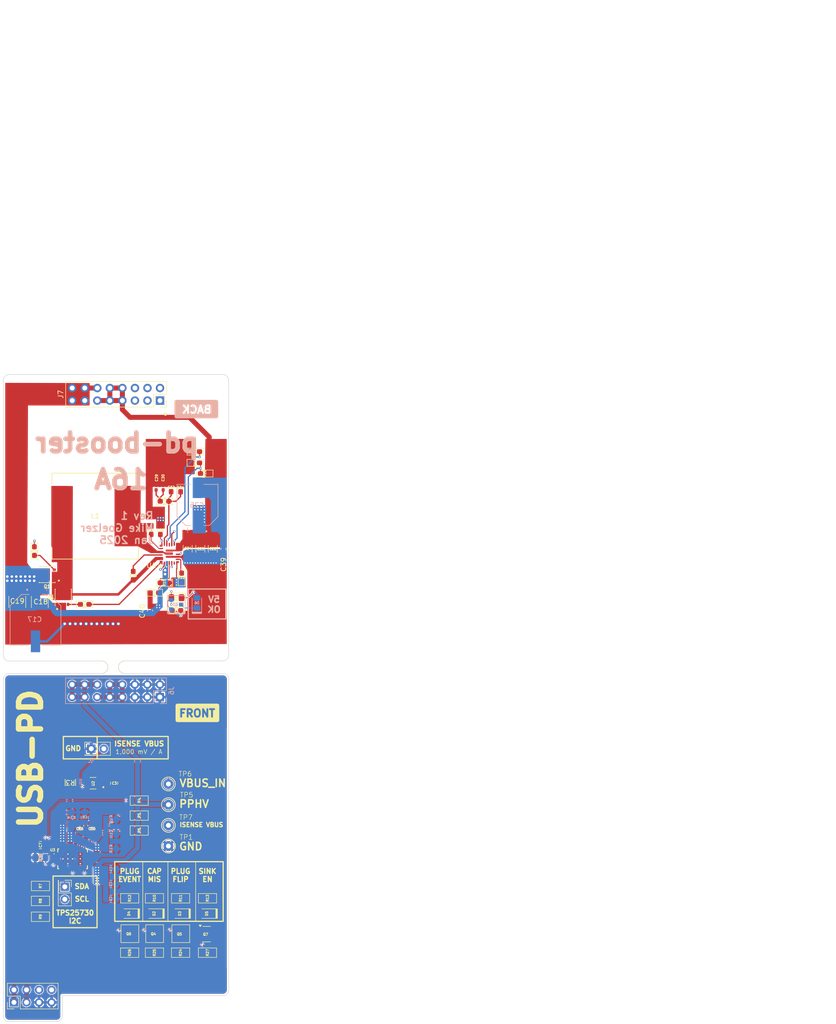
<source format=kicad_pcb>
(kicad_pcb (version 20240108) (generator "pcbnew") (generator_version "8.0")
  (layers (0 "F.Cu" signal) (1 "In1.Cu" signal) (2 "In2.Cu" signal) (31 "B.Cu" signal) (34 "B.Paste" user) (35 "F.Paste" user) (36 "B.SilkS" user "B.Silkscreen") (37 "F.SilkS" user "F.Silkscreen") (38 "B.Mask" user) (39 "F.Mask" user) (44 "Edge.Cuts" user))
  (net 0 "")
  (net 1 "GND")
  (net 2 "/Connectors/VBUS_IN")
  (net 3 "/Buck-Boost/V_MUX_OUT")
  (net 4 "Net-(U4-BOOT1)")
  (net 5 "CC2")
  (net 6 "CC1")
  (net 7 "/USB PD/VIN_3V3")
  (net 8 "ISENSE_VBUS")
  (net 9 "/USB PD/ADCIN2")
  (net 10 "Net-(U4-BOOT2)")
  (net 11 "/USB PD/LDO_1V5")
  (net 12 "/USB PD/CAP_MIS")
  (net 13 "/USB PD/PLUG_FLIP")
  (net 14 "/USB PD/PLUG_EVENT")
  (net 15 "/USB PD/~{SINK_EN}")
  (net 16 "Net-(D5-A)")
  (net 17 "/Buck-Boost/5V_OUT")
  (net 18 "TPS25730_I2C_SCL")
  (net 19 "TPS25730_I2C_SDA")
  (net 20 "Net-(U3-RESERVED_3)")
  (net 21 "Net-(U3-RESERVED_2)")
  (net 22 "Net-(U3-RESERVED_1)")
  (net 23 "/USB PD/~{FAULT_IN}")
  (net 24 "/USB PD/DRAIN")
  (net 25 "/Buck-Boost/LDO_5V2")
  (net 26 "Net-(U4-COMP)")
  (net 27 "Net-(D2-A)")
  (net 28 "Net-(D2-K)")
  (net 29 "Net-(D3-K)")
  (net 30 "Net-(D3-A)")
  (net 31 "Net-(D4-A)")
  (net 32 "Net-(D4-K)")
  (net 33 "Net-(D5-K)")
  (net 34 "Net-(D6-A)")
  (net 35 "Net-(D6-K)")
  (net 36 "Net-(Q1-G)")
  (net 37 "Net-(Q2-G)")
  (net 38 "/Buck-Boost/5V_OUT_PG")
  (net 39 "Net-(U4-EN)")
  (net 40 "Net-(U4-DR1H)")
  (net 41 "Net-(U4-DR1L)")
  (net 42 "Net-(U4-FB)")
  (net 43 "Net-(U4-FSW)")
  (net 44 "Net-(U4-ILIM)")
  (net 47 "/Buck-Boost/SW1")
  (net 48 "/Buck-Boost/SW2")
  (net 49 "/USB PD/VBUS_IN_POST_SHUNT")
  (net 50 "Net-(C29-Pad1)")
  (footprint "PCM_Resistor_SMD_AKL:R_0603_1608Metric_Pad1.05x0.95mm_HandSolder" (layer "F.Cu") (at 90.386 53.572)
    (property "Reference" "R23")
    (property "Value" "20.5k")
  )
  (footprint "PCM_Resistor_SMD_AKL:R_0603_1608Metric_Pad1.05x0.95mm_HandSolder" (layer "F.Cu") (at 86.577 85.737)
    (property "Reference" "R20")
    (property "Value" "102k")
  )
  (footprint "CSD16327Q3:TRANS_CSD16327Q3" (layer "F.Cu") (at 60.3898 78.462 180)
    (property "Reference" "Q1")
    (property "Value" "CSD16327Q3")
  )
  (footprint "Capacitor_SMD:C_1206_3216Metric_Pad1.33x1.80mm_HandSolder" (layer "F.Cu") (at 93.938 73.262 -90)
    (property "Reference" "C22")
    (property "Value" "100uF")
  )
  (footprint "Capacitor_SMD:C_1206_3216Metric_Pad1.33x1.80mm_HandSolder" (layer "F.Cu") (at 88.838 73.2495 -90)
    (property "Reference" "C24")
    (property "Value" "100uF")
  )
  (footprint "PCM_Resistor_SMD_AKL:R_0805_2012Metric_Pad1.15x1.40mm_HandSolder" (layer "F.Cu") (at 59.0335 144.554)
    (property "Reference" "R8")
    (property "Value" "3.3k")
  )
  (footprint "PCM_Resistor_SMD_AKL:R_0805_2012Metric_Pad1.15x1.40mm_HandSolder" (layer "F.Cu") (at 77.1 144.02)
    (property "Reference" "R12")
    (property "Value" "33k")
  )
  (footprint "Mousebites:mouse-bite-2.54mm-slot" (layer "F.Cu") (at 73.772 97.239)
    (property "Reference" "MB1" (hide yes))
    (property "Value" "PCB mouse bites" (hide yes))
  )
  (footprint "LED_SMD:LED_0805_2012Metric_Pad1.15x1.40mm_HandSolder" (layer "F.Cu") (at 81.9625 147.125 180)
    (property "Reference" "D2")
    (property "Value" "Red")
  )
  (footprint "PCM_Resistor_SMD_AKL:R_0805_2012Metric_Pad1.15x1.40mm_HandSolder" (layer "F.Cu") (at 87.411 155.029)
    (property "Reference" "R24")
    (property "Value" "100k")
  )
  (footprint "Capacitor_SMD:C_0805_2012Metric_Pad1.18x1.45mm_HandSolder" (layer "F.Cu") (at 69.471 129.9405 -90)
    (property "Reference" "C15")
    (property "Value" "330pF/50V")
  )
  (footprint "TPS552882RPMR:RPM0026A-MFG" (layer "F.Cu") (at 85.132751 74.255751 90)
    (property "Reference" "U4")
    (property "Value" "TPS552882RPMR")
  )
  (footprint "IHLP6767DZER6R8M11:IND_IHLP-6767DZ_VIS-M" (layer "F.Cu") (at 70.1248 66.637 180)
    (property "Reference" "L1")
    (property "Value" "6.8uH")
  )
  (footprint "PCM_Resistor_SMD_AKL:R_0603_1608Metric_Pad1.05x0.95mm_HandSolder" (layer "F.Cu") (at 84.156 80.143 180)
    (property "Reference" "R15")
    (property "Value" "100k")
  )
  (footprint "PCM_Resistor_SMD_AKL:R_0805_2012Metric_Pad1.15x1.40mm_HandSolder" (layer "F.Cu") (at 79.034 130.295)
    (property "Reference" "R6")
    (property "Value" "10k")
  )
  (footprint "PCM_Resistor_SMD_AKL:R_0603_1608Metric_Pad1.05x0.95mm_HandSolder" (layer "F.Cu") (at 84.162 63.639)
    (property "Reference" "R28")
    (property "Value" "11.3k")
  )
  (footprint "PCM_Resistor_SMD_AKL:R_0805_2012Metric_Pad1.15x1.40mm_HandSolder" (layer "F.Cu") (at 59.0335 141.529)
    (property "Reference" "R7")
    (property "Value" "3.3k")
  )
  (footprint "Connector_PinHeader_2.54mm:PinHeader_2x04_P2.54mm_Vertical" (layer "F.Cu") (at 53.667 165.099 90)
    (property "Reference" "J2" (hide yes))
    (property "Value" "2x4 male 0.1\"")
  )
  (footprint "PCM_Resistor_SMD_AKL:R_0603_1608Metric_Pad1.05x0.95mm_HandSolder" (layer "F.Cu") (at 57.806338 73.726598 -90)
    (property "Reference" "R16")
    (property "Value" "1Ω")
  )
  (footprint "Capacitor_SMD:C_0805_2012Metric_Pad1.18x1.45mm_HandSolder" (layer "F.Cu") (at 73.957 120.7265 -90)
    (property "Reference" "C3")
    (property "Value" "0.1uF")
  )
  (footprint "Connector_PinHeader_2.54mm:PinHeader_2x01_P2.54mm_Vertical" (layer "F.Cu") (at 63.962 141.687 -90)
    (property "Reference" "J5" (hide yes))
    (property "Value" "PH1-02-UA")
  )
  (footprint "PCM_Resistor_SMD_AKL:R_0805_2012Metric_Pad1.15x1.40mm_HandSolder" (layer "F.Cu") (at 82.116 144.02)
    (property "Reference" "R10")
    (property "Value" "33k")
  )
  (footprint "CSNL1206FT2L00:STA_CSNL1206_STP" (layer "F.Cu") (at 65.097 120.591 -90)
    (property "Reference" "R3")
    (property "Value" "2mΩ 1% 1W")
  )
  (footprint "LED_SMD:LED_0805_2012Metric_Pad1.15x1.40mm_HandSolder" (layer "F.Cu") (at 92.7115 147.125 180)
    (property "Reference" "D5")
    (property "Value" "Green")
  )
  (footprint "PCM_Resistor_SMD_AKL:R_0805_2012Metric_Pad1.15x1.40mm_HandSolder" (layer "F.Cu") (at 79.034 124.245)
    (property "Reference" "R4")
    (property "Value" "10k")
  )
  (footprint "Capacitor_SMD:C_0805_2012Metric_Pad1.18x1.45mm_HandSolder" (layer "F.Cu") (at 59.0335 133.253)
    (property "Reference" "C7")
    (property "Value" "10uF/50V")
  )
  (footprint "PCM_Package_TO_SOT_SMD_AKL:SOT-23" (layer "F.Cu") (at 87.4525 151.1895)
    (property "Reference" "Q5")
    (property "Value" "BSH111" (hide yes))
  )
  (footprint "LED_SMD:LED_0805_2012Metric_Pad1.15x1.40mm_HandSolder" (layer "F.Cu") (at 76.9465 147.125 180)
    (property "Reference" "D4")
    (property "Value" "Amber")
  )
  (footprint "KeystoneTestpoints:Keystone_Testpoint_5001_MWG" (layer "F.Cu") (at 84.98 133.443)
    (property "Reference" "TP1")
    (property "Value" "Black (GND)")
  )
  (footprint "PCM_Package_TO_SOT_SMD_AKL:SOT-23" (layer "F.Cu") (at 77.1415 151.1895)
    (property "Reference" "Q6")
    (property "Value" "BSH111" (hide yes))
  )
  (footprint "PCM_Resistor_SMD_AKL:R_0805_2012Metric_Pad1.15x1.40mm_HandSolder" (layer "F.Cu") (at 79.034 127.27)
    (property "Reference" "R5")
    (property "Value" "10k")
  )
  (footprint "Capacitor_SMD:C_0805_2012Metric_Pad1.18x1.45mm_HandSolder" (layer "F.Cu") (at 59.0335 135.778)
    (property "Reference" "C9")
    (property "Value" "10uF/50V")
  )
  (footprint "PCM_Resistor_SMD_AKL:R_0805_2012Metric_Pad1.15x1.40mm_HandSolder" (layer "F.Cu") (at 87.411 144.02)
    (property "Reference" "R11")
    (property "Value" "33k")
  )
  (footprint "Capacitor_SMD:C_0402_1005Metric_Pad0.74x0.62mm_HandSolder" (layer "F.Cu") (at 82.459 60.772 90)
    (property "Reference" "C29")
    (property "Value" "15nF")
  )
  (footprint "PCM_Resistor_SMD_AKL:R_0805_2012Metric_Pad1.15x1.40mm_HandSolder" (layer "F.Cu") (at 77.1 155.029)
    (property "Reference" "R26")
    (property "Value" "100k")
  )
  (footprint "TPS25730DREFR:TPS25730DREFR" (layer "F.Cu") (at 65.546 136.028)
    (property "Reference" "U3")
    (property "Value" "TPS25730" (hide yes))
  )
  (footprint "LED_SMD:LED_0805_2012Metric_Pad1.15x1.40mm_HandSolder" (layer "F.Cu") (at 87.2575 147.125 180)
    (property "Reference" "D3")
    (property "Value" "Yellow")
  )
  (footprint "KeystoneTestpoints:Keystone_Testpoint_5000_MWG" (layer "F.Cu") (at 84.98 125.068333)
    (property "Reference" "TP5")
    (property "Value" "Red (PPHV)")
  )
  (footprint "Capacitor_SMD:C_0805_2012Metric_Pad1.18x1.45mm_HandSolder" (layer "F.Cu") (at 66.971 129.953 -90)
    (property "Reference" "C16")
    (property "Value" "330pF/50V")
  )
  (footprint "Capacitor_SMD:C_0603_1608Metric_Pad1.08x0.95mm_HandSolder" (layer "F.Cu") (at 96.088 73.287 -90)
    (property "Reference" "C39")
    (property "Value" "1uF")
  )
  (footprint "Capacitor_SMD:C_0603_1608Metric_Pad1.08x0.95mm_HandSolder" (layer "F.Cu") (at 81.453 69.474 90)
    (property "Reference" "C21")
    (property "Value" "100nF")
  )
  (footprint "PCM_Resistor_SMD_AKL:R_0603_1608Metric_Pad1.05x0.95mm_HandSolder" (layer "F.Cu") (at 92.321 58.013)
    (property "Reference" "R18")
    (property "Value" "100k")
  )
  (footprint "Capacitor_SMD:C_0603_1608Metric_Pad1.08x0.95mm_HandSolder" (layer "F.Cu") (at 77.819 78.6925 90)
    (property "Reference" "C20")
    (property "Value" "100nF")
  )
  (footprint "Package_TO_SOT_SMD:SOT-23-3" (layer "F.Cu") (at 92.6915 151.277)
    (property "Reference" "Q7")
    (property "Value" "BSS84 (PMOS)")
  )
  (footprint "PCM_Resistor_SMD_AKL:R_0805_2012Metric_Pad1.15x1.40mm_HandSolder" (layer "F.Cu") (at 82.116 155.029)
    (property "Reference" "R25")
    (property "Value" "100k")
  )
  (footprint "PCM_Resistor_SMD_AKL:R_0603_1608Metric_Pad1.05x0.95mm_HandSolder" (layer "F.Cu") (at 87.632 79.052 90)
    (property "Reference" "R22")
    (property "Value" "50k")
  )
  (footprint "Capacitor_SMD:C_0603_1608Metric_Pad1.08x0.95mm_HandSolder" (layer "F.Cu") (at 81.22 85.7525 -90)
    (property "Reference" "C40")
    (property "Value" "1uF")
  )
  (footprint "INA211BIDCKT:SOT65P210X110-6N" (layer "F.Cu") (at 69.674 120.7265 180)
    (property "Reference" "U2")
    (property "Value" "INA211BIDCKT")
  )
  (footprint "PCM_Resistor_SMD_AKL:R_0603_1608Metric_Pad1.05x0.95mm_HandSolder" (layer "F.Cu") (at 90.376 55.852)
    (property "Reference" "R19")
    (property "Value" "31.6k")
  )
  (footprint "Connector_PinHeader_2.54mm:PinHeader_2x01_P2.54mm_Vertical" (layer "F.Cu") (at 69.323 113.738)
    (property "Reference" "J3" (hide yes))
    (property "Value" "PH1-02-UA")
  )
  (footprint "Capacitor_SMD:C_1812_4532Metric_Pad1.57x3.40mm_HandSolder" (layer "F.Cu") (at 58.906338 84.012 -90)
    (property "Reference" "C18")
    (property "Value" "6.8uF")
  )
  (footprint "PCM_Resistor_SMD_AKL:R_0603_1608Metric_Pad1.05x0.95mm_HandSolder" (layer "F.Cu") (at 82.111 82.161 180)
    (property "Reference" "R14")
    (property "Value" "226k")
  )
  (footprint "Capacitor_SMD:C_0603_1608Metric_Pad1.08x0.95mm_HandSolder" (layer "F.Cu") (at 85.494 60.833 90)
    (property "Reference" "C32")
    (property "Value" "10pF")
  )
  (footprint "Capacitor_SMD:C_1812_4532Metric_Pad1.57x3.40mm_HandSolder" (layer "F.Cu") (at 54.338 83.9995 -90)
    (property "Reference" "C19")
    (property "Value" "6.8uF")
  )
  (footprint "CSD16327Q3:TRANS_CSD16327Q3" (layer "F.Cu") (at 63.638 83.082 90)
    (property "Reference" "Q2")
    (property "Value" "CSD16327Q3")
  )
  (footprint "Capacitor_SMD:C_0402_1005Metric_Pad0.74x0.62mm_HandSolder" (layer "F.Cu") (at 83.883 60.7685 90)
    (property "Reference" "C30")
    (property "Value" "15nF")
  )
  (footprint "PCM_Resistor_SMD_AKL:R_0603_1608Metric_Pad1.05x0.95mm_HandSolder" (layer "F.Cu") (at 67.988 84.512 180)
    (property "Reference" "R17")
    (property "Value" "1Ω")
  )
  (footprint "KeystoneTestpoints:Keystone_Testpoint_5002_MWG" (layer "F.Cu") (at 84.98 120.881)
    (property "Reference" "TP6")
    (property "Value" "White (VBUS)")
  )
  (footprint "Connector_PinHeader_2.54mm:PinHeader_2x08_P2.54mm_Vertical" (layer "F.Cu") (at 65.467 43.2415 90)
    (property "Reference" "J7")
    (property "Value" "male pins 16mm (back board)")
  )
  (footprint "PCM_Package_TO_SOT_SMD_AKL:SOT-23" (layer "F.Cu") (at 82.1575 151.1895)
    (property "Reference" "Q4")
    (property "Value" "BSH111" (hide yes))
  )
  (footprint "PCM_Resistor_SMD_AKL:R_0805_2012Metric_Pad1.15x1.40mm_HandSolder" (layer "F.Cu") (at 92.865 155.029)
    (property "Reference" "R27")
    (property "Value" "100k")
  )
  (footprint "Capacitor_SMD:C_1206_3216Metric_Pad1.33x1.80mm_HandSolder" (layer "F.Cu") (at 91.413 73.262 -90)
    (property "Reference" "C23")
    (property "Value" "100uF")
  )
  (footprint "PCM_Resistor_SMD_AKL:R_0805_2012Metric_Pad1.15x1.40mm_HandSolder" (layer "F.Cu") (at 86.572 83.157667 180)
    (property "Reference" "R21")
    (property "Value" "1k")
  )
  (footprint "Capacitor_SMD:C_0603_1608Metric_Pad1.08x0.95mm_HandSolder" (layer "F.Cu") (at 83.317 69.4935 90)
    (property "Reference" "C26")
    (property "Value" "4.7uF")
  )
  (footprint "Capacitor_SMD:C_0603_1608Metric_Pad1.08x0.95mm_HandSolder" (layer "F.Cu") (at 87.416 60.8535 90)
    (property "Reference" "C31")
    (property "Value" "10pF")
  )
  (footprint "PCM_Resistor_SMD_AKL:R_0805_2012Metric_Pad1.15x1.40mm_HandSolder" (layer "F.Cu") (at 92.865 144.02)
    (property "Reference" "R13")
    (property "Value" "33k")
  )
  (footprint "KeystoneTestpoints:Keystone_Testpoint_5004_MWG" (layer "F.Cu") (at 84.98 129.255666)
    (property "Reference" "TP7")
    (property "Value" "Yellow (ISENSE VBUS)")
  )
  (footprint "PCM_Resistor_SMD_AKL:R_0805_2012Metric_Pad1.15x1.40mm_HandSolder" (layer "F.Cu") (at 59.0335 147.756)
    (property "Reference" "R9")
    (property "Value" "10k")
  )
  (footprint "Capacitor_SMD:C_0805_2012Metric_Pad1.18x1.45mm_HandSolder" (layer "B.Cu") (at 73.3335 131.003 180)
    (property "Reference" "C11")
    (property "Value" "10nF/50V")
  )
  (footprint "Capacitor_SMD:C_0805_2012Metric_Pad1.18x1.45mm_HandSolder" (layer "B.Cu") (at 73.306 138.118 180)
    (property "Reference" "C4")
    (property "Value" "22uF/35V")
  )
  (footprint "Capacitor_SMD:C_0805_2012Metric_Pad1.18x1.45mm_HandSolder" (layer "B.Cu") (at 73.3335 128.028 180)
    (property "Reference" "C10")
    (property "Value" "10nF/50V")
  )
  (footprint "Capacitor_SMD:C_0805_2012Metric_Pad1.18x1.45mm_HandSolder" (layer "B.Cu") (at 67.996 127.628 -90)
    (property "Reference" "C8")
    (property "Value" "10nF/50V")
  )
  (footprint "Capacitor_SMD:C_0805_2012Metric_Pad1.18x1.45mm_HandSolder" (layer "B.Cu") (at 65.296 127.6655 -90)
    (property "Reference" "C14")
    (property "Value" "4.7uF/35V")
  )
  (footprint "Capacitor_SMD:C_0805_2012Metric_Pad1.18x1.45mm_HandSolder" (layer "B.Cu") (at 73.3335 133.978 180)
    (property "Reference" "C12")
    (property "Value" "10nF/50V")
  )
  (footprint "LED_SMD:LED_0805_2012Metric_Pad1.15x1.40mm_HandSolder" (layer "B.Cu") (at 90.706 84.213 90)
    (property "Reference" "D6")
    (property "Value" "Green")
  )
  (footprint "PCM_Package_TO_SOT_SMD_AKL:SOT-23" (layer "B.Cu") (at 86.535 84.551)
    (property "Reference" "Q3")
    (property "Value" "BSH111" (hide yes))
  )
  (footprint "Capacitor_SMD:C_0805_2012Metric_Pad1.18x1.45mm_HandSolder" (layer "B.Cu") (at 73.306 144.138 180)
    (property "Reference" "C6")
    (property "Value" "10uF/50V")
  )
  (footprint "25SVPF330M:CAP_25SVPF330M" (layer "B.Cu") (at 58.031338 87.651598 -90)
    (property "Reference" "C17")
    (property "Value" "330uF")
  )
  (footprint "Capacitor_SMD:C_0805_2012Metric_Pad1.18x1.45mm_HandSolder" (layer "B.Cu") (at 59.0335 135.778)
    (property "Reference" "C13")
    (property "Value" "4.7uF/35V")
  )
  (footprint "Connector_PinHeader_2.54mm:PinHeader_2x08_P2.54mm_Vertical" (layer "B.Cu") (at 83.222 103.279 90)
    (property "Reference" "J6")
    (property "Value" "female (front board)")
  )
  (footprint "Capacitor_SMD:C_0805_2012Metric_Pad1.18x1.45mm_HandSolder" (layer "B.Cu") (at 73.306 141.128 180)
    (property "Reference" "C5")
    (property "Value" "10uF/50V")
  )
  (footprint "16SVPF560M:CAP_16SVPF560M" (layer "B.Cu") (at 90.838 64.362 90)
    (property "Reference" "C25")
    (property "Value" "560uF")
  )
  (gr_rect (start 86.56 43.479) (end 94.654 46.461) (stroke (width 0.762)) (fill none) (layer "B.SilkS"))
  (gr_line (start 87.275 43.717) (end 87.275 46.285) (stroke (width 1.016)) (layer "B.SilkS"))
  (gr_rect (start 88.968 81.4035) (end 96.598 87.4585) (stroke (width 0.254)) (fill none) (layer "B.SilkS"))
  (gr_line (start 94.013 43.717) (end 94.013 46.285) (stroke (width 1.016)) (layer "B.SilkS"))
  (gr_rect (start 74.08 136.611) (end 96.037 148.685) (stroke (width 0.254)) (fill none) (layer "F.SilkS"))
  (gr_line (start 70.514 111.31) (end 70.514 115.728) (stroke (width 0.254)) (layer "F.SilkS"))
  (gr_rect (start 61.591 139.52) (end 70.494 149.976) (stroke (width 0.254)) (fill none) (layer "F.SilkS"))
  (gr_rect (start 63.665 111.26) (end 84.9 115.797) (stroke (width 0.254)) (fill none) (layer "F.SilkS"))
  (gr_line (start 84.852 136.611) (end 84.852 148.685) (stroke (width 0.127)) (layer "F.SilkS"))
  (gr_rect (start 86.773 104.987) (end 94.867 107.969) (stroke (width 0.762)) (fill none) (layer "F.SilkS"))
  (gr_line (start 90.473 136.664) (end 90.473 148.556) (stroke (width 0.127)) (layer "F.SilkS"))
  (gr_line (start 79.752 136.609) (end 79.752 148.683) (stroke (width 0.127)) (layer "F.SilkS"))
  (gr_arc (start 63.455437 167.80913) (mid 63.100382 168.662664) (end 62.234699 168.987014) (stroke (width 0.1016)) (layer "Edge.Cuts"))
  (gr_arc (start 76.084481 98.499645) (mid 74.814455 97.2296) (end 76.084481 95.959645) (stroke (width 0.1016)) (layer "Edge.Cuts"))
  (gr_arc (start 95.968563 98.506543) (mid 96.81814 98.838993) (end 97.157 99.686063) (stroke (width 0.1016)) (layer "Edge.Cuts"))
  (gr_line (start 62.227 168.987014) (end 52.684699 168.987014) (stroke (width 0.1016)) (layer "Edge.Cuts"))
  (gr_arc (start 97.142918 94.780125) (mid 96.804044 95.627159) (end 95.954481 95.959645) (stroke (width 0.1016)) (layer "Edge.Cuts"))
  (gr_line (start 51.518534 39.127235) (end 51.518534 94.759347) (stroke (width 0.1016)) (layer "Edge.Cuts"))
  (gr_line (start 95.968563 98.506543) (end 76.084481 98.506543) (stroke (width 0.1016)) (layer "Edge.Cuts"))
  (gr_line (start 63.455437 163.729) (end 63.455437 167.80913) (stroke (width 0.1016)) (layer "Edge.Cuts"))
  (gr_arc (start 52.699411 95.97605) (mid 51.845768 95.621433) (end 51.512177 94.759347) (stroke (width 0.1016)) (layer "Edge.Cuts"))
  (gr_line (start 97.142918 39.145082) (end 97.142918 94.780125) (stroke (width 0.1016)) (layer "Edge.Cuts"))
  (gr_arc (start 97.157 162.551116) (mid 96.801953 163.404683) (end 95.936262 163.729) (stroke (width 0.1016)) (layer "Edge.Cuts"))
  (gr_arc (start 51.518534 39.127235) (mid 51.859031 38.309332) (end 52.677969 37.971408) (stroke (width 0.1016)) (layer "Edge.Cuts"))
  (gr_line (start 51.517 167.829) (end 51.517 99.714) (stroke (width 0.1016)) (layer "Edge.Cuts"))
  (gr_line (start 52.677969 37.971408) (end 95.922 37.971408) (stroke (width 0.1016)) (layer "Edge.Cuts"))
  (gr_arc (start 51.517 99.714) (mid 51.852041 98.858106) (end 52.704972 98.515586) (stroke (width 0.1016)) (layer "Edge.Cuts"))
  (gr_line (start 97.157 99.689) (end 97.157 162.549) (stroke (width 0.1016)) (layer "Edge.Cuts"))
  (gr_line (start 63.457 163.729) (end 95.927 163.729) (stroke (width 0.1016)) (layer "Edge.Cuts"))
  (gr_line (start 71.422 95.975586) (end 52.699411 95.975586) (stroke (width 0.1016)) (layer "Edge.Cuts"))
  (gr_line (start 52.704972 98.515586) (end 71.422 98.515586) (stroke (width 0.1016)) (layer "Edge.Cuts"))
  (gr_arc (start 95.922 37.971408) (mid 96.787539 38.292915) (end 97.142918 39.145082) (stroke (width 0.1016)) (layer "Edge.Cuts"))
  (gr_arc (start 71.422 95.975586) (mid 72.692014 97.2456) (end 71.422 98.515586) (stroke (width 0.1016)) (layer "Edge.Cuts"))
  (gr_arc (start 52.677 168.987835) (mid 51.85808 168.649871) (end 51.517565 167.832008) (stroke (width 0.1016)) (layer "Edge.Cuts"))
  (gr_line (start 95.954481 95.959645) (end 76.084481 95.959645) (stroke (width 0.1016)) (layer "Edge.Cuts"))
  (gr_text "16A" (at 75.322 61.476 0) (layer "B.SilkS") (effects (font (size 3.81 3.81) (thickness 0.9525) (bold yes)) (justify bottom mirror)))
  (gr_text "Rev 1\nMike Goelzer\nJan 2025" (at 82.082 72.378 0) (layer "B.SilkS") (effects (font (size 1.524 1.524) (thickness 0.3048) (bold yes)) (justify left bottom mirror)))
  (gr_text "pd-booster" (at 74.555 54.029 0) (layer "B.SilkS") (effects (font (size 3.81 3.81) (thickness 0.9525) (bold yes)) (justify bottom mirror)))
  (gr_text "BACK" (at 93.883 45.948 0) (layer "B.SilkS" knockout) (effects (font (size 1.524 1.524) (thickness 0.381) (bold yes)) (justify left bottom mirror)))
  (gr_text "5V\nOK" (at 94.19 86.288 0) (layer "B.SilkS") (effects (font (size 1.27 1.27) (thickness 0.3048) (bold yes)) (justify bottom mirror)))
  (gr_text "GND" (at 86.966 134.417 0) (layer "F.SilkS") (effects (font (size 1.524 1.524) (thickness 0.3048) (bold yes)) (justify left bottom)))
  (gr_text "CAP\nMIS" (at 82.116 140.776 0) (layer "F.SilkS") (effects (font (size 1.016 1.016) (thickness 0.254) (bold yes)) (justify bottom)))
  (gr_text "PPHV" (at 86.972 125.805 0) (layer "F.SilkS") (effects (font (size 1.524 1.524) (thickness 0.3048) (bold yes)) (justify left bottom)))
  (gr_text "VBUS_IN" (at 87.035 121.6 0) (layer "F.SilkS") (effects (font (size 1.524 1.524) (thickness 0.3048) (bold yes)) (justify left bottom)))
  (gr_text "SINK\nEN" (at 92.865 140.776 0) (layer "F.SilkS") (effects (font (size 1.016 1.016) (thickness 0.254) (bold yes)) (justify bottom)))
  (gr_text "SDA" (at 67.41 142.209 0) (layer "F.SilkS") (effects (font (size 1.016 1.016) (thickness 0.254) (bold yes)) (justify bottom)))
  (gr_text "USB-PD" (at 59.644 115.765 90) (layer "F.SilkS") (effects (font (size 4.445 4.445) (thickness 1.11125) (bold yes)) (justify bottom)))
  (gr_text "ISENSE VBUS" (at 87.105 129.657 0) (layer "F.SilkS") (effects (font (size 0.889 0.889) (thickness 0.22225) (bold yes)) (justify left bottom)))
  (gr_text "SCL" (at 67.428 144.758 0) (layer "F.SilkS") (effects (font (size 1.016 1.016) (thickness 0.254) (bold yes)) (justify bottom)))
  (gr_text "1,000 mV / A" (at 78.973 114.877 0) (layer "F.SilkS") (effects (font (size 0.889 0.889) (thickness 0.111125)) (justify bottom)))
  (gr_text "FRONT" (at 86.924 107.456 0) (layer "F.SilkS" knockout) (effects (font (size 1.524 1.524) (thickness 0.381) (bold yes)) (justify left bottom)))
  (gr_text "TPS25730\nI2C" (at 66.038 149.204 0) (layer "F.SilkS") (effects (font (size 1.016 1.016) (thickness 0.254) (bold yes)) (justify bottom)))
  (gr_text "GND" (at 65.662 114.274 0) (layer "F.SilkS") (effects (font (size 1.016 1.016) (thickness 0.254) (bold yes)) (justify bottom)))
  (gr_text "ISENSE VBUS" (at 79.023 113.32 0) (layer "F.SilkS") (effects (font (size 1.016 1.016) (thickness 0.254) (bold yes)) (justify bottom)))
  (gr_text "PLUG\nEVENT" (at 77.1 140.776 0) (layer "F.SilkS") (effects (font (size 1.016 1.016) (thickness 0.254) (bold yes)) (justify bottom)))
  (gr_text "PLUG\nFLIP" (at 87.411 140.776 0) (layer "F.SilkS") (effects (font (size 1.016 1.016) (thickness 0.254) (bold yes)) (justify bottom)))
  (segment (start 64.545 135.042) (end 64.581 135.078) (width 0.254) (layer "F.Cu") (net 1))
  (segment (start 86.662751 77.262249) (end 86.588 77.337) (width 0.2032) (layer "F.Cu") (net 1))
  (segment (start 64.545 134.278) (end 64.545 135.042) (width 0.254) (layer "F.Cu") (net 1))
  (segment (start 85.631 70.27) (end 86.135 69.766) (width 0.254) (layer "F.Cu") (net 1))
  (segment (start 62.621 135.428) (end 63.981 135.428) (width 0.2032) (layer "F.Cu") (net 1))
  (segment (start 64.346 137.953) (end 64.346 137.243) (width 0.254) (layer "F.Cu") (net 1))
  (segment (start 63.981 136.628) (end 64.581 136.028) (width 0.2032) (layer "F.Cu") (net 1))
  (segment (start 65.946 134.103) (end 65.946 134.663) (width 0.254) (layer "F.Cu") (net 1))
  (segment (start 65.946 137.393) (end 64.581 136.028) (width 0.254) (layer "F.Cu") (net 1))
  (segment (start 62.621 136.628) (end 63.981 136.628) (width 0.2032) (layer "F.Cu") (net 1))
  (segment (start 86.770251 74.380752) (end 87.267248 74.380752) (width 0.254) (layer "F.Cu") (net 1))
  (segment (start 65.946 134.663) (end 64.581 136.028) (width 0.254) (layer "F.Cu") (net 1))
  (segment (start 86.588 79.535) (end 86.591 79.538) (width 0.2032) (layer "F.Cu") (net 1))
  (segment (start 86.662751 75.930751) (end 86.662751 77.262249) (width 0.2032) (layer "F.Cu") (net 1))
  (segment (start 85.631 72.416501) (end 85.631 70.27) (width 0.254) (layer "F.Cu") (net 1))
  (segment (start 86.588 77.337) (end 86.588 79.535) (width 0.2032) (layer "F.Cu") (net 1))
  (segment (start 63.981 135.428) (end 64.581 136.028) (width 0.2032) (layer "F.Cu") (net 1))
  (segment (start 85.63275 72.418251) (end 85.631 72.416501) (width 0.254) (layer "F.Cu") (net 1))
  (segment (start 65.946 137.953) (end 65.946 137.393) (width 0.254) (layer "F.Cu") (net 1))
  (segment (start 64.346 137.243) (end 64.581 137.008) (width 0.254) (layer "F.Cu") (net 1))
  (segment (start 87.267248 74.380752) (end 87.483 74.165) (width 0.254) (layer "F.Cu") (net 1))
  (via (at 63.721 131.353) (size 0.4572) (drill 0.254) (layers "F.Cu" "B.Cu") (net 1))
  (via (at 89.36 76.115) (size 0.4572) (drill 0.254) (layers "F.Cu" "B.Cu") (net 1))
  (via (at 88.821 76.115) (size 0.4572) (drill 0.254) (layers "F.Cu" "B.Cu") (net 1))
  (via (at 93.562 76.115) (size 0.4572) (drill 0.254) (layers "F.Cu" "B.Cu") (net 1))
  (via (at 63.721 130.803) (size 0.4572) (drill 0.254) (layers "F.Cu" "B.Cu") (net 1))
  (via (at 83.36 66.981) (size 0.4572) (drill 0.254) (layers "F.Cu" "B.Cu") (net 1))
  (via (at 63.146 129.778) (size 0.4572) (drill 0.254) (layers "F.Cu" "B.Cu") (net 1))
  (via (at 63.721 131.878) (size 0.4572) (drill 0.254) (layers "F.Cu" "B.Cu") (net 1))
  (via (at 63.146 132.428) (size 0.4572) (drill 0.254) (layers "F.Cu" "B.Cu") (net 1))
  (via (at 63.721 129.253) (size 0.4572) (drill 0.254) (layers "F.Cu" "B.Cu") (net 1))
  (via (at 63.721 129.753) (size 0.4572) (drill 0.254) (layers "F.Cu" "B.Cu") (net 1))
  (via (at 63.721 132.428) (size 0.4572) (drill 0.254) (layers "F.Cu" "B.Cu") (net 1))
  (via (at 67.2007 88.443) (size 0.762) (drill 0.508) (layers "F.Cu" "B.Cu") (net 1))
  (via (at 86.591 79.538) (size 0.4572) (drill 0.254) (layers "F.Cu" "B.Cu") (net 1))
  (via (at 94.601 76.115) (size 0.4572) (drill 0.254) (layers "F.Cu" "B.Cu") (net 1))
  (via (at 63.146 131.903) (size 0.4572) (drill 0.254) (layers "F.Cu" "B.Cu") (net 1))
  (via (at 86.591 80.596) (size 0.4572) (drill 0.254) (layers "F.Cu" "B.Cu") (net 1))
  (via (at 68.2886 88.443) (size 0.762) (drill 0.508) (layers "F.Cu" "B.Cu") (net 1))
  (via (at 70.4644 88.443) (size 0.762) (drill 0.508) (layers "F.Cu" "B.Cu") (net 1))
  (via (at 63.937 88.443) (size 0.762) (drill 0.508) (layers "F.Cu" "B.Cu") (net 1))
  (via (at 94.083 76.115) (size 0.4572) (drill 0.254) (layers "F.Cu" "B.Cu") (net 1))
  (via (at 63.146 130.303) (size 0.4572) (drill 0.254) (layers "F.Cu" "B.Cu") (net 1))
  (via (at 91.465 76.115) (size 0.4572) (drill 0.254) (layers "F.Cu" "B.Cu") (net 1))
  (via (at 74.816 88.443) (size 0.762) (drill 0.508) (layers "F.Cu" "B.Cu") (net 1))
  (via (at 91.983 76.115) (size 0.4572) (drill 0.254) (layers "F.Cu" "B.Cu") (net 1))
  (via (at 90.943 76.115) (size 0.4572) (drill 0.254) (layers "F.Cu" "B.Cu") (net 1))
  (via (at 66.1128 88.443) (size 0.762) (drill 0.508) (layers "F.Cu" "B.Cu") (net 1))
  (via (at 69.3765 88.443) (size 0.762) (drill 0.508) (layers "F.Cu" "B.Cu") (net 1))
  (via (at 71.5523 88.443) (size 0.762) (drill 0.508) (layers "F.Cu" "B.Cu") (net 1))
  (via (at 82.845 67.499) (size 0.4572) (drill 0.254) (layers "F.Cu" "B.Cu") (net 1))
  (via (at 83.885 67.499) (size 0.4572) (drill 0.254) (layers "F.Cu" "B.Cu") (net 1))
  (via (at 65.0249 88.443) (size 0.762) (drill 0.508) (layers "F.Cu" "B.Cu") (net 1))
  (via (at 83.367 67.499) (size 0.4572) (drill 0.254) (layers "F.Cu" "B.Cu") (net 1))
  (via (at 85.531 84.522) (size 0.4572) (drill 0.254) (layers "F.Cu" "B.Cu") (net 1))
  (via (at 63.146 129.278) (size 0.4572) (drill 0.254) (layers "F.Cu" "B.Cu") (net 1))
  (via (at 86.591 80.067) (size 0.4572) (drill 0.254) (layers "F.Cu" "B.Cu") (net 1))
  (via (at 88.303 76.115) (size 0.4572) (drill 0.254) (layers "F.Cu" "B.Cu") (net 1))
  (via (at 90.4 76.115) (size 0.4572) (drill 0.254) (layers "F.Cu" "B.Cu") (net 1))
  (via (at 63.146 131.378) (size 0.4572) (drill 0.254) (layers "F.Cu" "B.Cu") (net 1))
  (via (at 86.143 69.741) (size 0.4572) (drill 0.254) (layers "F.Cu" "B.Cu") (net 1))
  (via (at 72.6402 88.443) (size 0.762) (drill 0.508) (layers "F.Cu" "B.Cu") (net 1))
  (via (at 89.882 76.115) (size 0.4572) (drill 0.254) (layers "F.Cu" "B.Cu") (net 1))
  (via (at 73.7281 88.443) (size 0.762) (drill 0.508) (layers "F.Cu" "B.Cu") (net 1))
  (via (at 87.483 74.165) (size 0.4572) (drill 0.254) (layers "F.Cu" "B.Cu") (net 1))
  (via (at 83.878 66.981) (size 0.4572) (drill 0.254) (layers "F.Cu" "B.Cu") (net 1))
  (via (at 92.522 76.115) (size 0.4572) (drill 0.254) (layers "F.Cu" "B.Cu") (net 1))
  (via (at 63.721 130.278) (size 0.4572) (drill 0.254) (layers "F.Cu" "B.Cu") (net 1))
  (via (at 63.146 130.828) (size 0.4572) (drill 0.254) (layers "F.Cu" "B.Cu") (net 1))
  (via (at 93.044 76.115) (size 0.4572) (drill 0.254) (layers "F.Cu" "B.Cu") (net 1))
  (via (at 82.838 66.981) (size 0.4572) (drill 0.254) (layers "F.Cu" "B.Cu") (net 1))
  (segment (start 58.031338 92.001598) (end 60.378402 92.001598) (width 0.508) (layer "B.Cu") (net 1))
  (segment (start 60.378402 92.001598) (end 63.937 88.443) (width 0.508) (layer "B.Cu") (net 1))
  (segment (start 85.531 83.605) (end 85.535 83.601) (width 0.1524) (layer "B.Cu") (net 1))
  (segment (start 85.531 84.522) (end 85.531 83.605) (width 0.1524) (layer "B.Cu") (net 1))
  (segment (start 64.061 116.32) (end 64.057 116.316) (width 0.1524) (layer "F.Cu") (net 2))
  (segment (start 73.957 116.889) (end 73.957 116.788) (width 0.1524) (layer "F.Cu") (net 2))
  (segment (start 74.487 116.258) (end 84.192 116.258) (width 0.1524) (layer "F.Cu") (net 2))
  (segment (start 53.667 162.559) (end 53.667 117.892) (width 1.016) (layer "F.Cu") (net 2))
  (segment (start 73.488 116.32) (end 64.061 116.32) (width 0.1524) (layer "F.Cu") (net 2))
  (segment (start 84.958 117.024) (end 84.958 120.872631) (width 0.1524) (layer "F.Cu") (net 2))
  (segment (start 73.957 116.788) (end 74.487 116.258) (width 0.1524) (layer "F.Cu") (net 2))
  (segment (start 72.2815 120.0765) (end 72.669 119.689) (width 0.1524) (layer "F.Cu") (net 2))
  (segment (start 65.097 119.79) (end 65.097 119.1432) (width 0.1524) (layer "F.Cu") (net 2))
  (segment (start 84.958 120.872631) (end 84.949631 120.881) (width 0.1524) (layer "F.Cu") (net 2))
  (segment (start 73.957 119.689) (end 73.957 116.889) (width 0.1524) (layer "F.Cu") (net 2))
  (segment (start 64.057 116.316) (end 65.097 117.356) (width 1.016) (layer "F.Cu") (net 2))
  (segment (start 72.669 119.689) (end 73.957 119.689) (width 0.1524) (layer "F.Cu") (net 2))
  (segment (start 66.052 120.0765) (end 66.0495 120.074) (width 0.1524) (layer "F.Cu") (net 2))
  (segment (start 66.0495 120.074) (end 65.381 120.074) (width 0.1524) (layer "F.Cu") (net 2))
  (segment (start 65.097 117.356) (end 65.097 119.1432) (width 1.016) (layer "F.Cu") (net 2))
  (segment (start 84.192 116.258) (end 84.958 117.024) (width 0.1524) (layer "F.Cu") (net 2))
  (segment (start 65.381 120.074) (end 65.097 119.79) (width 0.1524) (layer "F.Cu") (net 2))
  (segment (start 68.714 120.0765) (end 66.052 120.0765) (width 0.1524) (layer "F.Cu") (net 2))
  (segment (start 73.957 116.889) (end 73.957 116.789) (width 0.1524) (layer "F.Cu") (net 2))
  (segment (start 73.957 116.789) (end 73.488 116.32) (width 0.1524) (layer "F.Cu") (net 2))
  (segment (start 70.634 120.0765) (end 72.2815 120.0765) (width 0.1524) (layer "F.Cu") (net 2))
  (segment (start 53.667 162.559) (end 53.667 165.099) (width 1.016) (layer "F.Cu") (net 2))
  (segment (start 53.667 117.892) (end 55.243 116.316) (width 1.016) (layer "F.Cu") (net 2))
  (segment (start 55.243 116.316) (end 64.057 116.316) (width 1.016) (layer "F.Cu") (net 2))
  (segment (start 67.982 100.739) (end 67.982 103.279) (width 1.016) (layer "F.Cu") (net 3))
  (segment (start 70.547 40.7015) (end 68.007 40.7015) (width 1.016) (layer "F.Cu") (net 3))
  (segment (start 65.442 100.739) (end 65.442 103.279) (width 1.016) (layer "F.Cu") (net 3))
  (segment (start 67.982 100.739) (end 65.442 100.739) (width 1.016) (layer "F.Cu") (net 3))
  (segment (start 70.522 100.739) (end 67.982 100.739) (width 1.016) (layer "F.Cu") (net 3))
  (segment (start 65.442 103.279) (end 67.982 103.279) (width 1.016) (layer "F.Cu") (net 3))
  (via (at 84.291 77.599) (size 0.762) (drill 0.508) (layers "F.Cu" "B.Cu") (net 3))
  (via (at 52.324333 79.726598) (size 0.762) (drill 0.508) (layers "F.Cu" "B.Cu") (net 3))
  (via (at 70.796 139.403) (size 0.4572) (drill 0.254) (layers "F.Cu" "B.Cu") (net 3))
  (via (at 56.857666 79.726598) (size 0.762) (drill 0.508) (layers "F.Cu" "B.Cu") (net 3))
  (via (at 83.162 85.167) (size 0.4572) (drill 0.254) (layers "F.Cu" "B.Cu") (net 3))
  (via (at 70.246 139.403) (size 0.4572) (drill 0.254) (layers "F.Cu" "B.Cu") (net 3))
  (via (at 55.041 79.726598) (size 0.762) (drill 0.508) (layers "F.Cu" "B.Cu") (net 3))
  (via (at 55.041 78.876598) (size 0.762) (drill 0.508) (layers "F.Cu" "B.Cu") (net 3))
  (via (at 70.796 140.478) (size 0.4572) (drill 0.254) (layers "F.Cu" "B.Cu") (net 3))
  (via (at 70.246 139.953) (size 0.4572) (drill 0.254) (layers "F.Cu" "B.Cu") (net 3))
  (via (at 70.246 140.478) (size 0.4572) (drill 0.254) (layers "F.Cu" "B.Cu") (net 3))
  (via (at 55.949333 78.876598) (size 0.762) (drill 0.508) (layers "F.Cu" "B.Cu") (net 3))
  (via (at 84.283 78.394) (size 0.762) (drill 0.508) (layers "F.Cu" "B.Cu") (net 3))
  (via (at 53.232666 79.726598) (size 0.762) (drill 0.508) (layers "F.Cu" "B.Cu") (net 3))
  (via (at 70.796 138.353) (size 0.4572) (drill 0.254) (layers "F.Cu" "B.Cu") (net 3))
  (via (at 57.766 78.876598) (size 0.762) (drill 0.508) (layers "F.Cu" "B.Cu") (net 3))
  (via (at 70.796 139.953) (size 0.4572) (drill 0.254) (layers "F.Cu" "B.Cu") (net 3))
  (via (at 70.246 141.003) (size 0.4572) (drill 0.254) (layers "F.Cu" "B.Cu") (net 3))
  (via (at 70.246 138.878) (size 0.4572) (drill 0.254) (layers "F.Cu" "B.Cu") (net 3))
  (via (at 55.949333 79.726598) (size 0.762) (drill 0.508) (layers "F.Cu" "B.Cu") (net 3))
  (via (at 57.766 79.726598) (size 0.762) (drill 0.508) (layers "F.Cu" "B.Cu") (net 3))
  (via (at 52.324333 78.876598) (size 0.762) (drill 0.508) (layers "F.Cu" "B.Cu") (net 3))
  (via (at 70.246 137.803) (size 0.4572) (drill 0.254) (layers "F.Cu" "B.Cu") (net 3))
  (via (at 70.796 141.003) (size 0.4572) (drill 0.254) (layers "F.Cu" "B.Cu") (net 3))
  (via (at 54.141 79.726598) (size 0.762) (drill 0.508) (layers "F.Cu" "B.Cu") (net 3))
  (via (at 56.857666 78.876598) (size 0.762) (drill 0.508) (layers "F.Cu" "B.Cu") (net 3))
  (via (at 53.232666 78.876598) (size 0.762) (drill 0.508) (layers "F.Cu" "B.Cu") (net 3))
  (via (at 54.141 78.876598) (size 0.762) (drill 0.508) (layers "F.Cu" "B.Cu") (net 3))
  (via (at 70.796 138.878) (size 0.4572) (drill 0.254) (layers "F.Cu" "B.Cu") (net 3))
  (via (at 83.153 84.661) (size 0.4572) (drill 0.254) (layers "F.Cu" "B.Cu") (net 3))
  (via (at 82.608 84.674) (size 0.4572) (drill 0.254) (layers "F.Cu" "B.Cu") (net 3))
  (via (at 84.598 76.91) (size 0.4572) (drill 0.254) (layers "F.Cu" "B.Cu") (net 3))
  (via (at 70.246 138.353) (size 0.4572) (drill 0.254) (layers "F.Cu" "B.Cu") (net 3))
  (via (at 70.796 137.803) (size 0.4572) (drill 0.254) (layers "F.Cu" "B.Cu") (net 3))
  (via (at 82.603 85.171) (size 0.4572) (drill 0.254) (layers "F.Cu" "B.Cu") (net 3))
  (segment (start 58.031338 83.301598) (end 58.031338 80.90027) (width 1.016) (layer "B.Cu") (net 3))
  (segment (start 58.031338 80.90027) (end 56.857666 79.726598) (width 1.016) (layer "B.Cu") (net 3))
  (segment (start 84.926298 125.045) (end 78.927 125.045) (width 1.016) (layer "B.Cu") (net 3))
  (segment (start 78.687 133.854) (end 78.687 126.046) (width 1.016) (layer "B.Cu") (net 3))
  (segment (start 84.949631 125.068333) (end 84.926298 125.045) (width 1.016) (layer "B.Cu") (net 3))
  (segment (start 78.687 115.67) (end 67.982 104.965) (width 1.016) (layer "B.Cu") (net 3))
  (segment (start 76.193 136.348) (end 78.687 133.854) (width 1.016) (layer "B.Cu") (net 3))
  (segment (start 71.699 136.348) (end 76.193 136.348) (width 1.016) (layer "B.Cu") (net 3))
  (segment (start 67.982 104.965) (end 67.982 103.279) (width 1.016) (layer "B.Cu") (net 3))
  (segment (start 78.687 126.046) (end 78.687 115.67) (width 1.016) (layer "B.Cu") (net 3))
  (segment (start 70.246 137.803) (end 70.246 137.801) (width 1.016) (layer "B.Cu") (net 3))
  (segment (start 70.246 137.801) (end 71.699 136.348) (width 1.016) (layer "B.Cu") (net 3))
  (segment (start 77.819 76.737) (end 77.819 77.83) (width 0.254) (layer "F.Cu") (net 4))
  (segment (start 83.482752 74.505751) (end 80.050249 74.505751) (width 0.254) (layer "F.Cu") (net 4))
  (segment (start 80.050249 74.505751) (end 77.819 76.737) (width 0.254) (layer "F.Cu") (net 4))
  (segment (start 66.971 130.9905) (end 66.971 132.106) (width 0.254) (layer "F.Cu") (net 5))
  (segment (start 66.7396 132.3374) (end 66.7396 134.0966) (width 0.254) (layer "F.Cu") (net 5))
  (segment (start 66.7396 134.0966) (end 66.746 134.103) (width 0.254) (layer "F.Cu") (net 5))
  (segment (start 66.971 130.9905) (end 66.971 129.975) (width 0.254) (layer "F.Cu") (net 5))
  (segment (start 66.971 132.106) (end 66.7396 132.3374) (width 0.254) (layer "F.Cu") (net 5))
  (segment (start 66.971 129.975) (end 66.985 129.961) (width 0.254) (layer "F.Cu") (net 5))
  (via (at 66.985 129.961) (size 0.4572) (drill 0.254) (layers "F.Cu" "B.Cu") (net 5))
  (segment (start 67.1524 133.2636) (end 67.1524 134.103) (width 0.254) (layer "F.Cu") (net 6))
  (segment (start 69.471 130.978) (end 69.471 129.9405) (width 0.254) (layer "F.Cu") (net 6))
  (segment (start 69.471 130.978) (end 69.471 132.08) (width 0.254) (layer "F.Cu") (net 6))
  (segment (start 69.163 132.388) (end 68.028 132.388) (width 0.254) (layer "F.Cu") (net 6))
  (segment (start 69.471 132.08) (end 69.163 132.388) (width 0.254) (layer "F.Cu") (net 6))
  (segment (start 68.028 132.388) (end 67.1524 133.2636) (width 0.254) (layer "F.Cu") (net 6))
  (via (at 69.471 129.9405) (size 0.4572) (drill 0.254) (layers "F.Cu" "B.Cu") (net 6))
  (segment (start 61.896 133.253) (end 62.746 134.103) (width 0.254) (layer "F.Cu") (net 7))
  (segment (start 60.071 133.253) (end 61.896 133.253) (width 0.254) (layer "F.Cu") (net 7))
  (segment (start 62.746 134.103) (end 63.146 134.103) (width 0.254) (layer "F.Cu") (net 7))
  (segment (start 67.5515 121.3765) (end 67.549 121.374) (width 0.1524) (layer "F.Cu") (net 8))
  (segment (start 68.714 121.3765) (end 67.5515 121.3765) (width 0.1524) (layer "F.Cu") (net 8))
  (via (at 67.549 121.374) (size 0.4572) (drill 0.254) (layers "F.Cu" "B.Cu") (net 8))
  (segment (start 67.197 121.022) (end 67.197 118.404) (width 0.1524) (layer "B.Cu") (net 8))
  (segment (start 67.197 118.404) (end 71.863 113.738) (width 0.1524) (layer "B.Cu") (net 8))
  (segment (start 67.549 121.374) (end 67.197 121.022) (width 0.1524) (layer "B.Cu") (net 8))
  (segment (start 74.139 153.563) (end 74.139 143.416) (width 0.2032) (layer "F.Cu") (net 9))
  (segment (start 78.125 144.02) (end 78.125 143.128) (width 0.2032) (layer "F.Cu") (net 9))
  (segment (start 78.125 143.128) (end 78.936 142.317) (width 0.2032) (layer "F.Cu") (net 9))
  (segment (start 61.871 135.028) (end 62.621 135.028) (width 0.1524) (layer "F.Cu") (net 9))
  (segment (start 85.427 156.681) (end 86.386 155.722) (width 0.2032) (layer "F.Cu") (net 9))
  (segment (start 58.0085 149.4635) (end 63.574 155.029) (width 0.2032) (layer "F.Cu") (net 9))
  (segment (start 81.983 156.681) (end 85.427 156.681) (width 0.2032) (layer "F.Cu") (net 9))
  (segment (start 59.971 137.953) (end 58.0085 139.9155) (width 0.2032) (layer "F.Cu") (net 9))
  (segment (start 58.0085 144.554) (end 58.0085 147.756) (width 0.2032) (layer "F.Cu") (net 9))
  (segment (start 91.84 156.103) (end 91.84 155.029) (width 0.2032) (layer "F.Cu") (net 9))
  (segment (start 58.0085 141.529) (end 58.0085 144.554) (width 0.2032) (layer "F.Cu") (net 9))
  (segment (start 61.621 135.278) (end 61.871 135.028) (width 0.1524) (layer "F.Cu") (net 9))
  (segment (start 63.574 155.029) (end 76.075 155.029) (width 0.2032) (layer "F.Cu") (net 9))
  (segment (start 76.075 155.029) (end 76.075 156.124) (width 0.2032) (layer "F.Cu") (net 9))
  (segment (start 87.353 156.714) (end 87.367 156.7) (width 0.2032) (layer "F.Cu") (net 9))
  (segment (start 81.091 155.789) (end 81.983 156.681) (width 0.2032) (layer "F.Cu") (net 9))
  (segment (start 59.205 136.644) (end 60.071 135.778) (width 0.2032) (layer "F.Cu") (net 9))
  (segment (start 59.205 137.365) (end 59.205 136.644) (width 0.2032) (layer "F.Cu") (net 9))
  (segment (start 59.793 137.953) (end 59.205 137.365) (width 0.2032) (layer "F.Cu") (net 9))
  (segment (start 58.0085 147.756) (end 58.0085 149.4635) (width 0.2032) (layer "F.Cu") (net 9))
  (segment (start 86.386 155.722) (end 86.386 155.029) (width 0.2032) (layer "F.Cu") (net 9))
  (segment (start 75.605 155.029) (end 74.139 153.563) (width 0.2032) (layer "F.Cu") (net 9))
  (segment (start 61.621 135.653) (end 61.621 135.278) (width 0.1524) (layer "F.Cu") (net 9))
  (segment (start 81.091 156.071) (end 81.091 155.029) (width 0.2032) (layer "F.Cu") (net 9))
  (segment (start 93.89 142.904) (end 93.89 144.02) (width 0.2032) (layer "F.Cu") (net 9))
  (segment (start 93.261 142.275) (end 93.89 142.904) (width 0.2032) (layer "F.Cu") (net 9))
  (segment (start 86.386 155.029) (end 86.386 155.875) (width 0.2032) (layer "F.Cu") (net 9))
  (segment (start 77.334 142.34) (end 78.125 143.131) (width 0.2032) (layer "F.Cu") (net 9))
  (segment (start 61.796 135.828) (end 61.621 135.653) (width 0.1524) (layer "F.Cu") (net 9))
  (segment (start 76.075 155.029) (end 75.605 155.029) (width 0.2032) (layer "F.Cu") (net 9))
  (segment (start 80.498 156.664) (end 81.091 156.071) (width 0.2032) (layer "F.Cu") (net 9))
  (segment (start 87.225 156.714) (end 87.353 156.714) (width 0.2032) (layer "F.Cu") (net 9))
  (segment (start 83.141 143.056) (end 83.88 142.317) (width 0.2032) (layer "F.Cu") (net 9))
  (segment (start 75.215 142.34) (end 77.334 142.34) (width 0.2032) (layer "F.Cu") (net 9))
  (segment (start 74.139 143.416) (end 75.215 142.34) (width 0.2032) (layer "F.Cu") (net 9))
  (segment (start 91.243 156.7) (end 91.84 156.103) (width 0.2032) (layer "F.Cu") (net 9))
  (segment (start 88.436 142.975) (end 88.436 144.02) (width 0.2032) (layer "F.Cu") (net 9))
  (segment (start 78.125 143.131) (end 78.125 144.02) (width 0.2032) (layer "F.Cu") (net 9))
  (segment (start 89.238 142.275) (end 93.261 142.275) (width 0.2032) (layer "F.Cu") (net 9))
  (segment (start 87.367 156.7) (end 91.243 156.7) (width 0.2032) (layer "F.Cu") (net 9))
  (segment (start 60.821 135.028) (end 62.621 135.028) (width 0.254) (layer "F.Cu") (net 9))
  (segment (start 63.146 137.953) (end 59.971 137.953) (width 0.2032) (layer "F.Cu") (net 9))
  (segment (start 87.778 142.317) (end 88.436 142.975) (width 0.2032) (layer "F.Cu") (net 9))
  (segment (start 82.319 142.317) (end 83.141 143.139) (width 0.2032) (layer "F.Cu") (net 9))
  (segment (start 60.071 135.778) (end 60.821 135.028) (width 0.254) (layer "F.Cu") (net 9))
  (segment (start 59.971 137.953) (end 59.793 137.953) (width 0.2032) (layer "F.Cu") (net 9))
  (segment (start 83.88 142.317) (end 87.778 142.317) (width 0.2032) (layer "F.Cu") (net 9))
  (segment (start 76.615 156.664) (end 80.498 156.664) (width 0.2032) (layer "F.Cu") (net 9))
  (segment (start 83.141 143.139) (end 83.141 144.02) (width 0.2032) (layer "F.Cu") (net 9))
  (segment (start 81.091 155.029) (end 81.091 155.789) (width 0.2032) (layer "F.Cu") (net 9))
  (segment (start 83.141 144.02) (end 83.141 143.056) (width 0.2032) (layer "F.Cu") (net 9))
  (segment (start 88.436 143.077) (end 89.238 142.275) (width 0.2032) (layer "F.Cu") (net 9))
  (segment (start 62.621 135.828) (end 61.796 135.828) (width 0.1524) (layer "F.Cu") (net 9))
  (segment (start 76.075 156.124) (end 76.615 156.664) (width 0.2032) (layer "F.Cu") (net 9))
  (segment (start 88.436 144.02) (end 88.436 143.077) (width 0.2032) (layer "F.Cu") (net 9))
  (segment (start 78.936 142.317) (end 82.319 142.317) (width 0.2032) (layer "F.Cu") (net 9))
  (segment (start 86.386 155.875) (end 87.225 156.714) (width 0.2032) (layer "F.Cu") (net 9))
  (segment (start 58.0085 139.9155) (end 58.0085 141.529) (width 0.2032) (layer "F.Cu") (net 9))
  (segment (start 81.453 71.628401) (end 81.453 70.3365) (width 0.1524) (layer "F.Cu") (net 10))
  (segment (start 83.52025 73.205751) (end 83.03035 73.205751) (width 0.1524) (layer "F.Cu") (net 10))
  (segment (start 83.03035 73.205751) (end 81.453 71.628401) (width 0.1524) (layer "F.Cu") (net 10))
  (segment (start 60.946 137.053) (end 61.771 136.228) (width 0.254) (layer "F.Cu") (net 11))
  (segment (start 60.121 137.053) (end 60.946 137.053) (width 0.254) (layer "F.Cu") (net 11))
  (segment (start 61.771 136.228) (end 62.621 136.228) (width 0.254) (layer "F.Cu") (net 11))
  (via (at 60.121 137.053) (size 0.4572) (drill 0.254) (layers "F.Cu" "B.Cu") (net 11))
  (segment (start 60.121 137.053) (end 60.121 135.828) (width 0.254) (layer "B.Cu") (net 11))
  (segment (start 60.121 135.828) (end 60.071 135.778) (width 0.254) (layer "B.Cu") (net 11))
  (segment (start 80.059 150.492) (end 80.3115 150.2395) (width 0.2032) (layer "F.Cu") (net 12))
  (segment (start 83.141 155.029) (end 83.141 154.125) (width 0.2032) (layer "F.Cu") (net 12))
  (segment (start 79.79 153.243) (end 79.79 150.761) (width 0.2032) (layer "F.Cu") (net 12))
  (segment (start 62.621 137.028) (end 61.9262 137.028) (width 0.1524) (layer "F.Cu") (net 12))
  (segment (start 80.3115 150.2395) (end 81.1575 150.2395) (width 0.2032) (layer "F.Cu") (net 12))
  (segment (start 61.9262 137.028) (end 61.6502 137.304) (width 0.1524) (layer "F.Cu") (net 12))
  (segment (start 80.115 153.568) (end 79.79 153.243) (width 0.2032) (layer "F.Cu") (net 12))
  (segment (start 79.79 150.761) (end 80.002 150.549) (width 0.2032) (layer "F.Cu") (net 12))
  (segment (start 83.141 154.125) (end 82.584 153.568) (width 0.2032) (layer "F.Cu") (net 12))
  (segment (start 80.002 150.549) (end 80.002 150.492) (width 0.2032) (layer "F.Cu") (net 12))
  (segment (start 80.002 150.492) (end 80.059 150.492) (width 0.2032) (layer "F.Cu") (net 12))
  (segment (start 82.584 153.568) (end 80.115 153.568) (width 0.2032) (layer "F.Cu") (net 12))
  (via (at 61.6502 137.304) (size 0.4572) (drill 0.254) (layers "F.Cu" "B.Cu") (net 12))
  (via (at 80.002 150.492) (size 0.4572) (drill 0.254) (layers "F.Cu" "B.Cu") (net 12))
  (segment (start 88.436 155.029) (end 88.436 153.995) (width 0.2032) (layer "F.Cu") (net 13))
  (segment (start 85.234 150.402) (end 85.262 150.402) (width 0.2032) (layer "F.Cu") (net 13))
  (segment (start 88.436 153.995) (end 87.887 153.446) (width 0.2032) (layer "F.Cu") (net 13))
  (segment (start 85.262 150.402) (end 85.4245 150.2395) (width 0.2032) (layer "F.Cu") (net 13))
  (segment (start 85.053 150.611) (end 85.234 150.43) (width 0.2032) (layer "F.Cu") (net 13))
  (segment (start 85.053 153.107) (end 85.053 150.611) (width 0.2032) (layer "F.Cu") (net 13))
  (segment (start 85.4245 150.2395) (end 86.4525 150.2395) (width 0.2032) (layer "F.Cu") (net 13))
  (segment (start 65.546 137.953) (end 65.546 138.91) (width 0.1524) (layer "F.Cu") (net 13))
  (segment (start 85.392 153.446) (end 85.053 153.107) (width 0.2032) (layer "F.Cu") (net 13))
  (segment (start 85.234 150.43) (end 85.234 150.402) (width 0.2032) (layer "F.Cu") (net 13))
  (segment (start 65.546 138.91) (end 65.549 138.913) (width 0.1524) (layer "F.Cu") (net 13))
  (segment (start 87.887 153.446) (end 85.392 153.446) (width 0.2032) (layer "F.Cu") (net 13))
  (via (at 85.234 150.402) (size 0.4572) (drill 0.254) (layers "F.Cu" "B.Cu") (net 13))
  (via (at 65.549 138.913) (size 0.4572) (drill 0.254) (layers "F.Cu" "B.Cu") (net 13))
  (segment (start 60.045 131.75) (end 60.5022 132.2072) (width 0.1524) (layer "F.Cu") (net 14))
  (segment (start 77.756 153.636) (end 75.138 153.636) (width 0.2032) (layer "F.Cu") (net 14))
  (segment (start 63.4746 133.5994) (end 63.546 133.6708) (width 0.1524) (layer "F.Cu") (net 14))
  (segment (start 74.636 153.162) (end 74.636 150.815) (width 0.2032) (layer "F.Cu") (net 14))
  (segment (start 63.546 133.6708) (end 63.546 134.103) (width 0.1524) (layer "F.Cu") (net 14))
  (segment (start 75.2115 150.2395) (end 76.1415 150.2395) (width 0.2032) (layer "F.Cu") (net 14))
  (segment (start 75.138 153.636) (end 75.124 153.65) (width 0.2032) (layer "F.Cu") (net 14))
  (segment (start 78.125 154.005) (end 77.756 153.636) (width 0.2032) (layer "F.Cu") (net 14))
  (segment (start 74.636 150.815) (end 74.858 150.593) (width 0.2032) (layer "F.Cu") (net 14))
  (segment (start 61.588 132.191) (end 62.9964 133.5994) (width 0.1524) (layer "F.Cu") (net 14))
  (segment (start 60.933379 132.2072) (end 60.949579 132.191) (width 0.1524) (layer "F.Cu") (net 14))
  (segment (start 60.5022 132.2072) (end 60.933379 132.2072) (width 0.1524) (layer "F.Cu") (net 14))
  (segment (start 74.908 150.543) (end 75.2115 150.2395) (width 0.2032) (layer "F.Cu") (net 14))
  (segment (start 75.124 153.65) (end 74.636 153.162) (width 0.2032) (layer "F.Cu") (net 14))
  (segment (start 62.9964 133.5994) (end 63.4746 133.5994) (width 0.1524) (layer "F.Cu") (net 14))
  (segment (start 74.858 150.543) (end 74.908 150.543) (width 0.2032) (layer "F.Cu") (net 14))
  (segment (start 78.125 155.029) (end 78.125 154.005) (width 0.2032) (layer "F.Cu") (net 14))
  (segment (start 60.949579 132.191) (end 61.588 132.191) (width 0.1524) (layer "F.Cu") (net 14))
  (segment (start 74.858 150.593) (end 74.858 150.543) (width 0.2032) (layer "F.Cu") (net 14))
  (via (at 60.045 131.75) (size 0.4572) (drill 0.254) (layers "F.Cu" "B.Cu") (net 14))
  (via (at 74.858 150.543) (size 0.4572) (drill 0.254) (layers "F.Cu" "B.Cu") (net 14))
  (segment (start 92.134 153.637) (end 91.871 153.374) (width 0.2032) (layer "F.Cu") (net 15))
  (segment (start 91.812 153.315) (end 91.554 153.057) (width 0.2032) (layer "F.Cu") (net 15))
  (segment (start 91.812 153.374) (end 91.812 153.315) (width 0.2032) (layer "F.Cu") (net 15))
  (segment (start 67.946 137.953) (end 67.946 138.908) (width 0.1524) (layer "F.Cu") (net 15))
  (segment (start 93.89 155.029) (end 93.89 153.829) (width 0.2032) (layer "F.Cu") (net 15))
  (segment (start 91.871 153.374) (end 91.812 153.374) (width 0.2032) (layer "F.Cu") (net 15))
  (segment (start 93.89 153.829) (end 93.698 153.637) (width 0.2032) (layer "F.Cu") (net 15))
  (segment (start 93.698 153.637) (end 92.134 153.637) (width 0.2032) (layer "F.Cu") (net 15))
  (segment (start 91.554 153.057) (end 91.554 152.227) (width 0.2032) (layer "F.Cu") (net 15))
  (segment (start 67.946 138.908) (end 67.951 138.913) (width 0.1524) (layer "F.Cu") (net 15))
  (via (at 91.812 153.374) (size 0.4572) (drill 0.254) (layers "F.Cu" "B.Cu") (net 15))
  (via (at 67.951 138.913) (size 0.4572) (drill 0.254) (layers "F.Cu" "B.Cu") (net 15))
  (segment (start 91.6865 147.125) (end 91.6865 144.1735) (width 0.2032) (layer "F.Cu") (net 16))
  (segment (start 91.6865 144.1735) (end 91.84 144.02) (width 0.2032) (layer "F.Cu") (net 16))
  (segment (start 56.207 161.828) (end 56.207 162.559) (width 1.016) (layer "F.Cu") (net 17))
  (segment (start 89.226 46.638) (end 77.19 46.638) (width 1.016) (layer "F.Cu") (net 17))
  (segment (start 73.087 40.7015) (end 73.087 43.2415) (width 1.016) (layer "F.Cu") (net 17))
  (segment (start 73.087 43.2415) (end 70.547 43.2415) (width 1.016) (layer "F.Cu") (net 17))
  (segment (start 75.602 103.279) (end 75.602 105.308) (width 1.016) (layer "F.Cu") (net 17))
  (segment (start 73.087 43.2415) (end 75.627 43.2415) (width 1.016) (layer "F.Cu") (net 17))
  (segment (start 70.522 103.279) (end 73.062 103.279) (width 1.016) (layer "F.Cu") (net 17))
  (segment (start 56.207 162.559) (end 56.207 165.099) (width 1.016) (layer "F.Cu") (net 17))
  (segment (start 75.627 45.075) (end 75.627 43.2415) (width 1.016) (layer "F.Cu") (net 17))
  (segment (start 65.138 159.615) (end 65.095 159.572) (width 1.016) (layer "F.Cu") (net 17))
  (segment (start 93.196 58.013) (end 93.196 50.608) (width 1.016) (layer "F.Cu") (net 17))
  (segment (start 75.602 105.308) (end 77.568 107.274) (width 1.016) (layer "F.Cu") (net 17))
  (segment (start 57.95 159.572) (end 56.366 161.156) (width 1.016) (layer "F.Cu") (net 17))
  (segment (start 56.366 161.156) (end 56.366 161.669) (width 1.016) (layer "F.Cu") (net 17))
  (segment (start 75.627 40.7015) (end 73.087 40.7015) (width 1.016) (layer "F.Cu") (net 17))
  (segment (start 96.137 110.049) (end 96.137 157.758) (width 1.016) (layer "F.Cu") (net 17))
  (segment (start 75.627 43.2415) (end 75.627 40.7015) (width 1.016) (layer "F.Cu") (net 17))
  (segment (start 77.19 46.638) (end 75.627 45.075) (width 1.016) (layer "F.Cu") (net 17))
  (segment (start 73.062 103.279) (end 73.062 100.739) (width 1.016) (layer "F.Cu") (net 17))
  (segment (start 96.137 157.758) (end 94.28 159.615) (width 1.016) (layer "F.Cu") (net 17))
  (segment (start 73.062 100.739) (end 75.602 100.739) (width 1.016) (layer "F.Cu") (net 17))
  (segment (start 65.095 159.572) (end 57.95 159.572) (width 1.016) (layer "F.Cu") (net 17))
  (segment (start 94.28 159.615) (end 65.138 159.615) (width 1.016) (layer "F.Cu") (net 17))
  (segment (start 93.196 50.608) (end 89.226 46.638) (width 1.016) (layer "F.Cu") (net 17))
  (segment (start 56.366 161.669) (end 56.207 161.828) (width 1.016) (layer "F.Cu") (net 17))
  (segment (start 93.362 107.274) (end 96.137 110.049) (width 1.016) (layer "F.Cu") (net 17))
  (segment (start 73.062 103.279) (end 75.602 103.279) (width 1.016) (layer "F.Cu") (net 17))
  (segment (start 75.602 103.279) (end 75.602 100.739) (width 1.016) (layer "F.Cu") (net 17))
  (segment (start 77.568 107.274) (end 93.362 107.274) (width 1.016) (layer "F.Cu") (net 17))
  (via (at 91.575 65.353) (size 0.4572) (drill 0.254) (layers "F.Cu" "B.Cu") (net 17))
  (via (at 90.296 64.778) (size 0.4572) (drill 0.254) (layers "F.Cu" "B.Cu") (net 17))
  (via (at 92.238 65.952) (size 0.4572) (drill 0.254) (layers "F.Cu" "B.Cu") (net 17))
  (via (at 92.238 67.854) (size 0.4572) (drill 0.254) (layers "F.Cu" "B.Cu") (net 17))
  (via (at 92.238 65.353) (size 0.4572) (drill 0.254) (layers "F.Cu" "B.Cu") (net 17))
  (via (at 92.238 67.263) (size 0.4572) (drill 0.254) (layers "F.Cu" "B.Cu") (net 17))
  (via (at 92.238 66.607) (size 0.4572) (drill 0.254) (layers "F.Cu" "B.Cu") (net 17))
  (via (at 90.92 64.778) (size 0.4572) (drill 0.254) (layers "F.Cu" "B.Cu") (net 17))
  (via (at 92.238 64.778) (size 0.4572) (drill 0.254) (layers "F.Cu" "B.Cu") (net 17))
  (via (at 90.304 65.353) (size 0.4572) (drill 0.254) (layers "F.Cu" "B.Cu") (net 17))
  (via (at 91.567 64.778) (size 0.4572) (drill 0.254) (layers "F.Cu" "B.Cu") (net 17))
  (via (at 90.928 65.353) (size 0.4572) (drill 0.254) (layers "F.Cu" "B.Cu") (net 17))
  (segment (start 63.962 144.227) (end 65.278 144.227) (width 0.1524) (layer "F.Cu") (net 18))
  (segment (start 63.631 144.558) (end 60.0625 144.558) (width 0.1524) (layer "F.Cu") (net 18))
  (segment (start 63.946 138.767) (end 63.946 137.953) (width 0.1524) (layer "F.Cu") (net 18))
  (segment (start 66.151 143.354) (end 66.151 140.972) (width 0.1524) (layer "F.Cu") (net 18))
  (segment (start 66.151 140.972) (end 63.946 138.767) (width 0.1524) (layer "F.Cu") (net 18))
  (segment (start 63.962 144.227) (end 63.631 144.558) (width 0.1524) (layer "F.Cu") (net 18))
  (segment (start 63.98 144.245) (end 63.962 144.227) (width 0.1524) (layer "F.Cu") (net 18))
  (segment (start 65.278 144.227) (end 66.151 143.354) (width 0.1524) (layer "F.Cu") (net 18))
  (segment (start 60.0625 144.558) (end 60.0585 144.554) (width 0.1524) (layer "F.Cu") (net 18))
  (segment (start 60.2165 141.687) (end 60.0585 141.529) (width 0.1524) (layer "F.Cu") (net 19))
  (segment (start 63.962 141.687) (end 60.2165 141.687) (width 0.1524) (layer "F.Cu") (net 19))
  (segment (start 63.962 140.089) (end 63.962 141.687) (width 0.1524) (layer "F.Cu") (net 19))
  (segment (start 63.546 139.673) (end 63.962 140.089) (width 0.1524) (layer "F.Cu") (net 19))
  (segment (start 63.546 137.953) (end 63.546 139.673) (width 0.1524) (layer "F.Cu") (net 19))
  (segment (start 62.956 132.995) (end 61.711 131.75) (width 0.1524) (layer "F.Cu") (net 20))
  (segment (start 63.946 134.103) (end 63.946 133.234) (width 0.1524) (layer "F.Cu") (net 20))
  (segment (start 61.711 131.75) (end 60.744 131.75) (width 0.1524) (layer "F.Cu") (net 20))
  (segment (start 63.946 133.234) (end 63.707 132.995) (width 0.1524) (layer "F.Cu") (net 20))
  (segment (start 76.374 124.219) (end 77.983 124.219) (width 0.2032) (layer "F.Cu") (net 20))
  (segment (start 77.983 124.219) (end 78.009 124.245) (width 0.2032) (layer "F.Cu") (net 20))
  (segment (start 63.707 132.995) (end 62.956 132.995) (width 0.1524) (layer "F.Cu") (net 20))
  (via (at 76.374 124.219) (size 0.4572) (drill 0.254) (layers "F.Cu" "B.Cu") (net 20))
  (via (at 60.744 131.75) (size 0.4572) (drill 0.254) (layers "F.Cu" "B.Cu") (net 20))
  (segment (start 62.965 124.219) (end 76.374 124.219) (width 0.2032) (layer "B.Cu") (net 20))
  (segment (start 60.744 131.75) (end 60.744 126.44) (width 0.2032) (layer "B.Cu") (net 20))
  (segment (start 60.744 126.44) (end 61.613 125.571) (width 0.2032) (layer "B.Cu") (net 20))
  (segment (start 61.613 125.571) (end 62.965 124.219) (width 0.2032) (layer "B.Cu") (net 20))
  (segment (start 68.2746 132.9422) (end 69.2028 132.9422) (width 0.1524) (layer "F.Cu") (net 21))
  (segment (start 77.996 127.257) (end 78.009 127.27) (width 0.1524) (layer "F.Cu") (net 21))
  (segment (start 67.546 133.6708) (end 68.2746 132.9422) (width 0.1524) (layer "F.Cu") (net 21))
  (segment (start 67.546 134.103) (end 67.546 133.6708) (width 0.1524) (layer "F.Cu") (net 21))
  (segment (start 69.2028 132.9422) (end 74.888 127.257) (width 0.1524) (layer "F.Cu") (net 21))
  (segment (start 74.888 127.257) (end 77.996 127.257) (width 0.1524) (layer "F.Cu") (net 21))
  (segment (start 67.946 134.103) (end 67.946 133.764) (width 0.1524) (layer "F.Cu") (net 22))
  (segment (start 68.46 133.25) (end 69.326052 133.25) (width 0.1524) (layer "F.Cu") (net 22))
  (segment (start 69.326052 133.25) (end 72.281052 130.295) (width 0.1524) (layer "F.Cu") (net 22))
  (segment (start 67.946 133.764) (end 68.46 133.25) (width 0.1524) (layer "F.Cu") (net 22))
  (segment (start 72.281052 130.295) (end 78.009 130.295) (width 0.1524) (layer "F.Cu") (net 22))
  (segment (start 66.072 149.666) (end 61.9685 149.666) (width 0.1524) (layer "F.Cu") (net 23))
  (segment (start 61.9685 149.666) (end 60.0585 147.756) (width 0.1524) (layer "F.Cu") (net 23))
  (segment (start 67.546 137.953) (end 67.4938 138.0052) (width 0.1524) (layer "F.Cu") (net 23))
  (segment (start 67.4938 138.0052) (end 67.4938 148.2442) (width 0.1524) (layer "F.Cu") (net 23))
  (segment (start 67.4938 148.2442) (end 66.072 149.666) (width 0.1524) (layer "F.Cu") (net 23))
  (segment (start 66.346 134.5352) (end 66.8888 135.078) (width 0.1524) (layer "F.Cu") (net 24))
  (segment (start 66.346 134.103) (end 66.346 134.5352) (width 0.1524) (layer "F.Cu") (net 24))
  (segment (start 66.346 137.953) (end 66.346 137.40879) (width 0.1524) (layer "F.Cu") (net 24))
  (segment (start 66.8888 135.078) (end 67.106 135.078) (width 0.1524) (layer "F.Cu") (net 24))
  (segment (start 66.346 137.40879) (end 66.74679 137.008) (width 0.1524) (layer "F.Cu") (net 24))
  (segment (start 66.74679 137.008) (end 67.106 137.008) (width 0.1524) (layer "F.Cu") (net 24))
  (segment (start 85.702 85.737) (end 84.797 84.832) (width 0.1524) (layer "F.Cu") (net 25))
  (segment (start 85.547 83.157667) (end 85.547 81.8962) (width 0.1524) (layer "F.Cu") (net 25))
  (segment (start 85.547 81.8962) (end 85.5318 81.881) (width 0.1524) (layer "F.Cu") (net 25))
  (segment (start 83.621 71.681) (end 83.621 71.455) (width 0.1524) (layer "F.Cu") (net 25))
  (segment (start 83.621 71.681) (end 83.621 72.597502) (width 0.1524) (layer "F.Cu") (net 25))
  (segment (start 83.621 71.455) (end 83.317 71.151) (width 0.1524) (layer "F.Cu") (net 25))
  (segment (start 83.317 71.151) (end 83.317 70.356) (width 0.1524) (layer "F.Cu") (net 25))
  (segment (start 84.797 84.832) (end 84.797 83.907667) (width 0.1524) (layer "F.Cu") (net 25))
  (segment (start 84.797 83.907667) (end 85.547 83.157667) (width 0.1524) (layer "F.Cu") (net 25))
  (segment (start 83.621 72.597502) (end 83.572751 72.645751) (width 0.1524) (layer "F.Cu") (net 25))
  (via (at 85.5318 81.881) (size 0.4572) (drill 0.254) (layers "F.Cu" "B.Cu") (net 25))
  (via (at 83.621 71.681) (size 0.4572) (drill 0.254) (layers "F.Cu" "B.Cu") (net 25))
  (segment (start 84.13275 71.10325) (end 84.749 70.487) (width 0.254) (layer "F.Cu") (net 26))
  (segment (start 85.037 62.979) (end 85.494 62.522) (width 0.254) (layer "F.Cu") (net 26))
  (segment (start 87.423 62.518) (end 87.416 62.511) (width 0.254) (layer "F.Cu") (net 26))
  (segment (start 84.13275 72.355752) (end 84.13275 71.10325) (width 0.254) (layer "F.Cu") (net 26))
  (segment (start 85.494 62.522) (end 85.494 61.6955) (width 0.254) (layer "F.Cu") (net 26))
  (segment (start 87.416 62.511) (end 87.416 61.716) (width 0.254) (layer "F.Cu") (net 26))
  (segment (start 85.037 63.639) (end 85.037 62.979) (width 0.254) (layer "F.Cu") (net 26))
  (segment (start 85.037 68.335) (end 85.037 63.639) (width 0.254) (layer "F.Cu") (net 26))
  (segment (start 84.749 70.487) (end 84.749 68.623) (width 0.254) (layer "F.Cu") (net 26))
  (segment (start 84.749 68.623) (end 85.037 68.335) (width 0.254) (layer "F.Cu") (net 26))
  (segment (start 85.037 63.639) (end 86.451 63.639) (width 0.254) (layer "F.Cu") (net 26))
  (segment (start 87.423 62.667) (end 87.423 62.518) (width 0.254) (layer "F.Cu") (net 26))
  (segment (start 86.451 63.639) (end 87.423 62.667) (width 0.254) (layer "F.Cu") (net 26))
  (segment (start 80.9375 144.1735) (end 81.091 144.02) (width 0.2032) (layer "F.Cu") (net 27))
  (segment (start 80.9375 147.125) (end 80.9375 144.1735) (width 0.2032) (layer "F.Cu") (net 27))
  (segment (start 83.1575 151.1895) (end 83.1575 147.295) (width 0.2032) (layer "F.Cu") (net 28))
  (segment (start 83.1575 147.295) (end 82.9875 147.125) (width 0.2032) (layer "F.Cu") (net 28))
  (segment (start 88.4525 147.295) (end 88.2825 147.125) (width 0.2032) (layer "F.Cu") (net 29))
  (segment (start 88.4525 151.1895) (end 88.4525 147.295) (width 0.2032) (layer "F.Cu") (net 29))
  (segment (start 86.2325 144.1735) (end 86.386 144.02) (width 0.2032) (layer "F.Cu") (net 30))
  (segment (start 86.2325 147.125) (end 86.2325 144.1735) (width 0.2032) (layer "F.Cu") (net 30))
  (segment (start 75.9215 147.125) (end 75.9215 144.1735) (width 0.2032) (layer "F.Cu") (net 31))
  (segment (start 75.9215 144.1735) (end 76.075 144.02) (width 0.2032) (layer "F.Cu") (net 31))
  (segment (start 78.1415 151.1895) (end 78.1415 147.295) (width 0.2032) (layer "F.Cu") (net 32))
  (segment (start 78.1415 147.295) (end 77.9715 147.125) (width 0.2032) (layer "F.Cu") (net 32))
  (segment (start 93.829 151.277) (end 93.829 147.2175) (width 0.2032) (layer "F.Cu") (net 33))
  (segment (start 93.829 147.2175) (end 93.7365 147.125) (width 0.2032) (layer "F.Cu") (net 33))
  (segment (start 90.001 82.061) (end 88.904333 83.157667) (width 0.1524) (layer "F.Cu") (net 34))
  (segment (start 88.904333 83.157667) (end 87.597 83.157667) (width 0.1524) (layer "F.Cu") (net 34))
  (via (at 90.001 82.061) (size 0.4572) (drill 0.254) (layers "F.Cu" "B.Cu") (net 34))
  (segment (start 90.001 82.061) (end 90.539 82.061) (width 0.1524) (layer "B.Cu") (net 34))
  (segment (start 90.706 82.228) (end 90.706 83.188) (width 0.1524) (layer "B.Cu") (net 34))
  (segment (start 90.539 82.061) (end 90.706 82.228) (width 0.1524) (layer "B.Cu") (net 34))
  (segment (start 88.222 85.238) (end 87.535 84.551) (width 0.1524) (layer "B.Cu") (net 35))
  (segment (start 90.706 85.238) (end 88.222 85.238) (width 0.1524) (layer "B.Cu") (net 35))
  (segment (start 58.939398 74.601598) (end 61.8248 77.487) (width 0.254) (layer "F.Cu") (net 36))
  (segment (start 57.806338 74.601598) (end 58.939398 74.601598) (width 0.254) (layer "F.Cu") (net 36))
  (segment (start 67.108 84.517) (end 67.113 84.512) (width 0.254) (layer "F.Cu") (net 37))
  (segment (start 64.613 84.517) (end 67.108 84.517) (width 0.254) (layer "F.Cu") (net 37))
  (segment (start 87.446 86.699) (end 87.446 85.743) (width 0.1524) (layer "F.Cu") (net 38))
  (segment (start 85.63275 76.093251) (end 85.63275 76.91225) (width 0.1524) (layer "F.Cu") (net 38))
  (segment (start 85.63275 76.91225) (end 85.619 76.926) (width 0.1524) (layer "F.Cu") (net 38))
  (segment (start 87.446 85.743) (end 87.452 85.737) (width 0.1524) (layer "F.Cu") (net 38))
  (via (at 87.446 86.699) (size 0.4572) (drill 0.254) (layers "F.Cu" "B.Cu") (net 38))
  (via (at 85.619 76.926) (size 0.4572) (drill 0.254) (layers "F.Cu" "B.Cu") (net 38))
  (segment (start 86.734 86.7) (end 87.445 86.7) (width 0.1524) (layer "B.Cu") (net 38))
  (segment (start 85.535 85.501) (end 86.734 86.7) (width 0.1524) (layer "B.Cu") (net 38))
  (segment (start 87.445 86.7) (end 87.446 86.699) (width 0.1524) (layer "B.Cu") (net 38))
  (segment (start 85.048 79.256) (end 83.394 79.256) (width 0.1524) (layer "F.Cu") (net 39))
  (segment (start 85.132751 79.171249) (end 85.048 79.256) (width 0.1524) (layer "F.Cu") (net 39))
  (segment (start 83.281 80.143) (end 83.281 80.914) (width 0.1524) (layer "F.Cu") (net 39))
  (segment (start 85.132751 76.093251) (end 85.132751 79.171249) (width 0.1524) (layer "F.Cu") (net 39))
  (segment (start 83.281 80.914) (end 82.986 81.209) (width 0.1524) (layer "F.Cu") (net 39))
  (segment (start 82.986 81.209) (end 82.986 82.161) (width 0.1524) (layer "F.Cu") (net 39))
  (segment (start 83.281 79.369) (end 83.281 80.143) (width 0.1524) (layer "F.Cu") (net 39))
  (segment (start 83.394 79.256) (end 83.281 79.369) (width 0.1524) (layer "F.Cu") (net 39))
  (segment (start 84.09 76.1985) (end 84.09 76.739) (width 0.254) (layer "F.Cu") (net 40))
  (segment (start 83.341 77.455) (end 83.341 77.488) (width 0.254) (layer "F.Cu") (net 40))
  (segment (start 83.374 77.455) (end 83.341 77.455) (width 0.254) (layer "F.Cu") (net 40))
  (segment (start 84.13275 76.15575) (end 84.09 76.1985) (width 0.254) (layer "F.Cu") (net 40))
  (segment (start 57.806338 71.673662) (end 57.822 71.658) (width 0.254) (layer "F.Cu") (net 40))
  (segment (start 84.09 76.739) (end 83.374 77.455) (width 0.254) (layer "F.Cu") (net 40))
  (segment (start 83.341 77.488) (end 83.358 77.471) (width 0.254) (layer "F.Cu") (net 40))
  (segment (start 57.806338 72.851598) (end 57.806338 71.673662) (width 0.254) (layer "F.Cu") (net 40))
  (via (at 83.341 77.455) (size 0.508) (drill 0.254) (layers "F.Cu" "B.Cu") (net 40))
  (via (at 57.822 71.658) (size 0.508) (drill 0.254) (layers "F.Cu" "B.Cu") (net 40))
  (segment (start 74.946502 84.512) (end 68.863 84.512) (width 0.254) (layer "F.Cu") (net 41))
  (segment (start 83.587751 75.870751) (end 74.946502 84.512) (width 0.254) (layer "F.Cu") (net 41))
  (segment (start 91.45 56.942) (end 91.45 56.051) (width 0.254) (layer "F.Cu") (net 42))
  (segment (start 91.45 56.051) (end 91.251 55.852) (width 0.254) (layer "F.Cu") (net 42))
  (segment (start 91.45 56.942) (end 91.45 58.009) (width 0.254) (layer "F.Cu") (net 42))
  (segment (start 86.132752 71.649248) (end 86.139 71.643) (width 0.254) (layer "F.Cu") (net 42))
  (segment (start 91.45 58.009) (end 91.446 58.013) (width 0.254) (layer "F.Cu") (net 42))
  (segment (start 86.132752 72.355752) (end 86.132752 71.649248) (width 0.254) (layer "F.Cu") (net 42))
  (via (at 86.139 71.643) (size 0.4572) (drill 0.254) (layers "F.Cu" "B.Cu") (net 42))
  (via (at 91.45 56.942) (size 0.4572) (drill 0.254) (layers "F.Cu" "B.Cu") (net 42))
  (segment (start 88.383 66.791) (end 88.986 66.188) (width 0.254) (layer "B.Cu") (net 42))
  (segment (start 88.986 66.188) (end 88.986 58.719) (width 0.254) (layer "B.Cu") (net 42))
  (segment (start 86.139 71.643) (end 86.699 71.083) (width 0.254) (layer "B.Cu") (net 42))
  (segment (start 88.379 66.791) (end 88.383 66.791) (width 0.254) (layer "B.Cu") (net 42))
  (segment (start 86.699 71.083) (end 86.699 68.471) (width 0.254) (layer "B.Cu") (net 42))
  (segment (start 88.986 58.719) (end 90.763 56.942) (width 0.254) (layer "B.Cu") (net 42))
  (segment (start 90.763 56.942) (end 91.45 56.942) (width 0.254) (layer "B.Cu") (net 42))
  (segment (start 86.699 68.471) (end 88.379 66.791) (width 0.254) (layer "B.Cu") (net 42))
  (segment (start 87.454 75.548799) (end 87.454 77.999) (width 0.2032) (layer "F.Cu") (net 43))
  (segment (start 86.770251 75.38075) (end 87.285951 75.38075) (width 0.2032) (layer "F.Cu") (net 43))
  (segment (start 87.285951 75.38075) (end 87.454 75.548799) (width 0.2032) (layer "F.Cu") (net 43))
  (segment (start 87.454 77.999) (end 87.632 78.177) (width 0.2032) (layer "F.Cu") (net 43))
  (segment (start 84.632752 71.61267) (end 84.786711 71.458711) (width 0.254) (layer "F.Cu") (net 44))
  (segment (start 84.632752 72.418251) (end 84.632752 71.61267) (width 0.254) (layer "F.Cu") (net 44))
  (segment (start 91.264 53.575) (end 91.261 53.572) (width 0.254) (layer "F.Cu") (net 44))
  (segment (start 91.264 54.668) (end 91.264 53.575) (width 0.254) (layer "F.Cu") (net 44))
  (via (at 84.786711 71.458711) (size 0.4572) (drill 0.254) (layers "F.Cu" "B.Cu") (net 44))
  (via (at 91.264 54.668) (size 0.4572) (drill 0.254) (layers "F.Cu" "B.Cu") (net 44))
  (segment (start 85.313 68.736) (end 88.292 65.757) (width 0.254) (layer "B.Cu") (net 44))
  (segment (start 88.292 56.851) (end 90.475 54.668) (width 0.254) (layer "B.Cu") (net 44))
  (segment (start 88.292 65.757) (end 88.292 56.851) (width 0.254) (layer "B.Cu") (net 44))
  (segment (start 84.786711 71.458711) (end 85.313 70.932422) (width 0.254) (layer "B.Cu") (net 44))
  (segment (start 90.475 54.668) (end 91.264 54.668) (width 0.254) (layer "B.Cu") (net 44))
  (segment (start 85.313 70.932422) (end 85.313 68.736) (width 0.254) (layer "B.Cu") (net 44))
  (segment (start 74.803 82.487) (end 63.638 82.487) (width 0.508) (layer "F.Cu") (net 47))
  (segment (start 77.735 79.555) (end 74.803 82.487) (width 0.508) (layer "F.Cu") (net 47))
  (segment (start 77.819 79.555) (end 77.735 79.555) (width 0.254) (layer "F.Cu") (net 47))
  (segment (start 65.036 122.1738) (end 65.171 122.0388) (width 1.016) (layer "F.Cu") (net 49))
  (segment (start 65.4225 120.7265) (end 65.097 121.052) (width 0.1524) (layer "F.Cu") (net 49))
  (segment (start 65.097 121.052) (end 65.097 122.0388) (width 0.1524) (layer "F.Cu") (net 49))
  (segment (start 64.962 131.084666) (end 64.962 122.1738) (width 1.016) (layer "F.Cu") (net 49))
  (segment (start 68.714 120.7265) (end 65.4225 120.7265) (width 0.1524) (layer "F.Cu") (net 49))
  (via (at 70.246 134.303) (size 0.4572) (drill 0.254) (layers "F.Cu" "B.Cu") (net 49))
  (via (at 64.671 132.428) (size 0.4572) (drill 0.254) (layers "F.Cu" "B.Cu") (net 49))
  (via (at 65.296 132.428) (size 0.4572) (drill 0.254) (layers "F.Cu" "B.Cu") (net 49))
  (via (at 70.246 133.228) (size 0.4572) (drill 0.254) (layers "F.Cu" "B.Cu") (net 49))
  (via (at 65.296 131.344666) (size 0.4572) (drill 0.254) (layers "F.Cu" "B.Cu") (net 49))
  (via (at 70.796 133.778) (size 0.4572) (drill 0.254) (layers "F.Cu" "B.Cu") (net 49))
  (via (at 65.296 130.803) (size 0.4572) (drill 0.254) (layers "F.Cu" "B.Cu") (net 49))
  (via (at 65.296 131.886332) (size 0.4572) (drill 0.254) (layers "F.Cu" "B.Cu") (net 49))
  (via (at 64.671 131.344666) (size 0.4572) (drill 0.254) (layers "F.Cu" "B.Cu") (net 49))
  (via (at 70.796 133.228) (size 0.4572) (drill 0.254) (layers "F.Cu" "B.Cu") (net 49))
  (via (at 70.796 134.303) (size 0.4572) (drill 0.254) (layers "F.Cu" "B.Cu") (net 49))
  (via (at 64.671 130.803) (size 0.4572) (drill 0.254) (layers "F.Cu" "B.Cu") (net 49))
  (via (at 64.671 131.886332) (size 0.4572) (drill 0.254) (layers "F.Cu" "B.Cu") (net 49))
  (via (at 70.246 133.778) (size 0.4572) (drill 0.254) (layers "F.Cu" "B.Cu") (net 49))
  (segment (start 83.287 63.197) (end 82.459 62.369) (width 0.254) (layer "F.Cu") (net 50))
  (segment (start 83.287 63.639) (end 83.287 62.863) (width 0.254) (layer "F.Cu") (net 50))
  (segment (start 83.287 62.863) (end 83.89 62.26) (width 0.254) (layer "F.Cu") (net 50))
  (segment (start 83.287 63.639) (end 83.287 63.197) (width 0.254) (layer "F.Cu") (net 50))
  (segment (start 83.89 62.26) (end 83.883 62.253) (width 0.254) (layer "F.Cu") (net 50))
  (segment (start 83.883 62.253) (end 83.883 61.336) (width 0.254) (layer "F.Cu") (net 50))
  (segment (start 82.459 62.369) (end 82.459 61.3395) (width 0.254) (layer "F.Cu") (net 50))
  (zone (net 3) (net_name "/Buck-Boost/V_MUX_OUT") (layer "F.Cu") (name "V_MUX_OUT") (priority 1) (connect_pads yes (clearance 0.1524)) (min_thickness 0.1524) (fill yes (thermal_gap 0.1524) (thermal_bridge_width 0.1524))
    (polygon (pts (xy 60.686364 77.239713) (xy 57.106338 77.237) (xy 56.355964 76.101598) (xy 56.510652 44.23414) (xy 68.98263 44.244345) (xy 69.003413 39.701246) (xy 51.71311 39.650719) (xy 51.546692 82.665591) (xy 60.574194 82.643638)))
  )
  (zone (net 49) (net_name "/USB PD/VBUS_IN_POST_SHUNT") (layer "F.Cu") (name "VBUS_IN_POST_SHUNT") (priority 1) (connect_pads yes (clearance 0.1524)) (min_thickness 0.1524) (fill yes (thermal_gap 0.1524) (thermal_bridge_width 0.1524))
    (polygon (pts (xy 65.646 134.378) (xy 65.646 132.853) (xy 65.616715 132.653) (xy 65.631365 130.710423) (xy 65.496 130.528) (xy 64.446 130.528) (xy 64.321 130.653) (xy 64.321 132.691794) (xy 65.046 133.216794) (xy 65.046 134.378)))
  )
  (zone (net 47) (net_name "/Buck-Boost/SW1") (layer "F.Cu") (name "SW1") (priority 1) (connect_pads yes (clearance 0.1524)) (min_thickness 0.1524) (fill yes (thermal_gap 0.1524) (thermal_bridge_width 0.1524))
    (polygon (pts (xy 65.593641 60.550366) (xy 61.284956 60.537149) (xy 61.313 75.962) (xy 62.438 75.962) (xy 62.429919 77.893867) (xy 61.342795 77.883413) (xy 61.33033 83.62443) (xy 65.532969 83.613648)))
  )
  (zone (net 1) (net_name "GND") (layer "F.Cu") (name "PGND_AGND") (priority 1) (connect_pads (clearance 0.1524)) (min_thickness 0.25) (fill yes (thermal_gap 0.5) (thermal_bridge_width 0.5))
    (polygon (pts (xy 82.485 69.16) (xy 82.485 64.754) (xy 82.496 64.743) (xy 84.206 64.743) (xy 84.206 69.159)))
  )
  (zone (net 47) (net_name "/Buck-Boost/SW1") (layer "F.Cu") (name "SW1") (priority 1) (connect_pads yes (clearance 0.1524)) (min_thickness 0.1524) (fill yes (thermal_gap 0.508) (thermal_bridge_width 0.508))
    (polygon (pts (xy 83.858 75.502) (xy 83.858 74.95) (xy 83.82 74.893) (xy 82.269 74.893) (xy 78.141 79.021) (xy 77.355 79.021) (xy 77.355 79.944) (xy 77.501 80.09) (xy 78.144 80.09) (xy 82.684 75.55) (xy 83.81 75.55)))
  )
  (zone (net 3) (net_name "/Buck-Boost/V_MUX_OUT") (layer "F.Cu") (name "V_MUX_OUT") (priority 1) (connect_pads yes (clearance 0.1524)) (min_thickness 0.1524) (fill yes (thermal_gap 0.508) (thermal_bridge_width 0.508))
    (polygon (pts (xy 81.748921 84.367002) (xy 83.459478 84.366789) (xy 83.453974 85.427) (xy 80.757476 85.427) (xy 80.713405 81.697) (xy 81.75 81.697)))
  )
  (zone (net 1) (net_name "GND") (layer "F.Cu") (name "AGND") (priority 1) (connect_pads (clearance 0.1524)) (min_thickness 0.1524) (fill yes (thermal_gap 0.1524) (thermal_bridge_width 0.508))
    (polygon (pts (xy 84.814 79.671) (xy 85.336913 79.669) (xy 85.628 79.058) (xy 88.439 79.058) (xy 88.439 81.066296) (xy 84.814 81.071603)))
  )
  (zone (net 1) (net_name "GND") (layer "F.Cu") (name "AGND") (priority 1) (connect_pads yes (clearance 0.1524)) (min_thickness 0.1524) (fill yes (thermal_gap 0.1524) (thermal_bridge_width 0.1524))
    (polygon (pts (xy 82.488 67.281331) (xy 80.357 67.28579) (xy 80.357 51.01) (xy 90.32918 51.00744) (xy 90.269181 58.161097) (xy 88.345 58.15) (xy 88.316907 60.751) (xy 81.751 60.741532) (xy 81.751 64.727) (xy 84.219305 64.727) (xy 84.197347 69.154454) (xy 82.477665 69.17146)))
  )
  (zone (net 48) (net_name "/Buck-Boost/SW2") (layer "F.Cu") (name "SW2") (priority 1) (connect_pads yes (clearance 0.1524)) (min_thickness 0.1524) (fill yes (thermal_gap 0.1524) (thermal_bridge_width 0.1524))
    (polygon (pts (xy 85.838 74.437) (xy 85.838 73.962) (xy 84.230853 73.962) (xy 83.913 73.838) (xy 83.913 73.657) (xy 82.680114 73.657) (xy 80.567 71.773589) (xy 80.567 69.155361) (xy 81.927037 69.154704) (xy 81.936623 68.065247) (xy 79.290724 68.0424) (xy 79.342493 60.512) (xy 74.038 60.512) (xy 74.038 72.749273) (xy 78.729499 72.745501) (xy 81.388 74.137) (xy 83.988 74.137) (xy 84.288 74.437)))
  )
  (zone (net 1) (net_name "GND") (layer "F.Cu") (name "PGND") (priority 1) (connect_pads yes (clearance 0.1524)) (min_thickness 0.1524) (fill yes (thermal_gap 0.1524) (thermal_bridge_width 0.1524))
    (polygon (pts (xy 84.425352 74.693) (xy 86.030487 74.692) (xy 87.498618 74.695) (xy 87.938498 74.345011) (xy 87.999 74.226) (xy 88.175 74.149) (xy 94.965487 74.169) (xy 95.814676 73.613443) (xy 96.445667 73.616797) (xy 96.551252 73.756169) (xy 97.207 74.919) (xy 97.202034 92.539184) (xy 51.513083 92.655612) (xy 51.626168 84.257) (xy 64.208 84.195) (xy 64.231 85.759255) (xy 88.78758 85.808024) (xy 88.783605 77.670518) (xy 88.273487 76.774738) (xy 87.967487 76.468738) (xy 87.967487 75.887738) (xy 87.512487 75.079) (xy 84.419487 75.063)))
  )
  (zone (net 3) (net_name "/Buck-Boost/V_MUX_OUT") (layer "F.Cu") (name "V_MUX_OUT") (priority 1) (connect_pads yes (clearance 0.1524)) (min_thickness 0.1524) (fill yes (thermal_gap 0.1524) (thermal_bridge_width 0.1524))
    (polygon (pts (xy 68.196 136.12175) (xy 69.621 136.12175) (xy 69.827946 136.235323) (xy 70.896 137.259319) (xy 71.221 137.678) (xy 71.221 140.953) (xy 71.0085 141.228) (xy 70.0585 141.228) (xy 69.779227 141.041817) (xy 69.753657 137.728) (xy 69.571 137.22175) (xy 68.196 137.22175)))
  )
  (zone (net 49) (net_name "/USB PD/VBUS_IN_POST_SHUNT") (layer "F.Cu") (name "VBUS_IN_POST_SHUNT") (priority 1) (connect_pads yes (clearance 0.1524)) (min_thickness 0.1524) (fill yes (thermal_gap 0.1524) (thermal_bridge_width 0.1524))
    (polygon (pts (xy 68.196 135.928) (xy 69.745998 135.928) (xy 70.037381 135.827136) (xy 70.896 134.845856) (xy 71.196 134.378) (xy 71.196 133.078) (xy 71.096 132.928) (xy 69.971 132.928) (xy 69.846 133.078) (xy 69.821 134.403) (xy 69.746 134.628) (xy 69.571 134.828) (xy 68.196 134.828)))
  )
  (zone (net 17) (net_name "/Buck-Boost/5V_OUT") (layer "F.Cu") (name "5V_OUT") (priority 1) (connect_pads yes (clearance 0.1524)) (min_thickness 0.1524) (fill yes (thermal_gap 0.1524) (thermal_bridge_width 0.1524))
    (polygon (pts (xy 84.419 73.818) (xy 84.419 73.422) (xy 86.457 73.422) (xy 86.503665 72.052335) (xy 87.199 72.052) (xy 87.791 71.277) (xy 87.793567 69.433868) (xy 89.868225 69.434199) (xy 89.860497 64.400982) (xy 92.391274 64.401007) (xy 92.357142 56.908) (xy 92.445311 51.028) (xy 97.183 51.008132) (xy 97.183 72.953) (xy 94.765 72.948) (xy 94.267 72.948) (xy 93.615872 73.047) (xy 88.166064 73.06022) (xy 87.63 73.751) (xy 85.962 73.751) (xy 85.84 73.818)))
  )
  (zone (net 3) (net_name "/Buck-Boost/V_MUX_OUT") (layer "F.Cu") (name "V_MUX_OUT") (priority 1) (connect_pads yes (clearance 0.1524)) (min_thickness 0.1524) (fill yes (thermal_gap 0.508) (thermal_bridge_width 0.508))
    (polygon (pts (xy 84.855 75.731) (xy 84.867 75.743) (xy 84.870581 78.993) (xy 83.782 79.003) (xy 83.782 77.418954) (xy 84.410941 76.734941) (xy 84.403622 75.765378) (xy 84.442 75.731)))
  )
  (zone (net 1) (net_name "GND") (layer "F.Cu") (name "GND") (priority 1) (connect_pads yes (clearance 0.1524)) (min_thickness 0.1524) (fill yes (thermal_gap 0.1524) (thermal_bridge_width 0.1524))
    (polygon (pts (xy 64.83435 134.380969) (xy 64.83435 133.353) (xy 63.946 132.678) (xy 63.955834 130.694429) (xy 63.796 130.580969) (xy 63.046 130.580969) (xy 62.921 130.703) (xy 62.921 132.603) (xy 64.23435 133.478) (xy 64.23435 134.380969)))
  )
  (zone (net 1) (net_name "GND") (layers "F.Cu" "In1.Cu" "B.Cu") (name "GND") (connect_pads (clearance 0.1524)) (min_thickness 0.1524) (fill yes (thermal_gap 0.254) (thermal_bridge_width 0.508))
    (polygon (pts (xy 51.646831 98.86526) (xy 97.094296 98.910878) (xy 97.070051 163.739) (xy 63.471859 163.764) (xy 63.447 168.969) (xy 51.613 168.969)))
  )
  (zone (net 3) (net_name "/Buck-Boost/V_MUX_OUT") (layer "B.Cu") (name "V_MUX_OUT") (priority 1) (connect_pads yes (clearance 0.1524)) (min_thickness 0.1524) (fill yes (thermal_gap 0.1524) (thermal_bridge_width 0.1524))
    (polygon (pts (xy 83.786974 78.994388) (xy 83.783048 77.441825) (xy 84.05686 77.190352) (xy 84.370931 76.849203) (xy 84.406 75.731) (xy 84.861 75.731) (xy 84.861 81.352) (xy 83.781 82.432) (xy 83.781 85.114) (xy 81.987 86.908) (xy 62.044 86.908) (xy 61.187 86.051) (xy 61.187 85.622) (xy 58.210936 85.622) (xy 58.031338 85.801598) (xy 58.031338 83.301598) (xy 60.622598 83.301598) (xy 62.97 85.649) (xy 81.306 85.649) (xy 82.728 84.227) (xy 82.728 81.894061) (xy 83.785 80.653102)))
  )
  (zone (net 1) (net_name "GND") (layer "B.Cu") (name "PGND") (priority 1) (connect_pads yes (clearance 0.1524)) (min_thickness 0.1524) (fill yes (thermal_gap 0.1524) (thermal_bridge_width 0.1524))
    (polygon (pts (xy 89.892 62.957) (xy 89.892 58.85) (xy 97.17 58.85) (xy 97.215 58.895) (xy 97.215 76.436) (xy 87.942342 76.436) (xy 87.94 73.763) (xy 88.653 73.309) (xy 95.403262 73.309) (xy 95.413966 70.489997) (xy 95.15727 70.187998) (xy 94.900575 69.886) (xy 93.81658 69.886) (xy 93.553508 69.614) (xy 93.544692 63.495) (xy 93.149 62.955671)))
  )
  (zone (net 3) (net_name "/Buck-Boost/V_MUX_OUT") (layer "B.Cu") (name "V_MUX_OUT") (priority 1) (connect_pads yes (clearance 0.1524)) (min_thickness 0.1524) (fill yes (thermal_gap 0.1524) (thermal_bridge_width 0.1524))
    (polygon (pts (xy 58.031338 85.801598) (xy 58.031338 83.301598) (xy 58.906338 82.426598) (xy 60.856338 82.426598) (xy 60.856338 77.237) (xy 57.170165 77.237) (xy 56.828194 76.703433) (xy 51.619549 76.701533) (xy 51.609545 85.801598)))
  )
  (zone (net 3) (net_name "/Buck-Boost/V_MUX_OUT") (layer "B.Cu") (name "V_MUX_OUT") (priority 1) (connect_pads yes (clearance 0.1524)) (min_thickness 0.1524) (fill yes (thermal_gap 0.1524) (thermal_bridge_width 0.1524))
    (polygon (pts (xy 70.046 137.253) (xy 71.371 137.228) (xy 71.521 137.38868) (xy 72.661672 137.399799) (xy 72.846 137.578) (xy 72.818698 144.753) (xy 72.671 144.853) (xy 71.83732 144.853) (xy 71.674414 144.606414) (xy 71.671 141.503) (xy 70.971 141.128) (xy 69.996 141.128) (xy 69.771 140.903) (xy 69.771 137.753)))
  )
  (zone (net 1) (net_name "GND") (layer "B.Cu") (name "AGND") (priority 1) (connect_pads yes (clearance 0.1524)) (min_thickness 0.1524) (fill yes (thermal_gap 0.508) (thermal_bridge_width 0.508))
    (polygon (pts (xy 86.181 79.084) (xy 88.401 79.084) (xy 88.401 80.824) (xy 88.135 81.09) (xy 86.465 81.09) (xy 86.181 80.806)))
  )
  (zone (net 49) (net_name "/USB PD/VBUS_IN_POST_SHUNT") (layer "B.Cu") (name "VBUS_IN_POST_SHUNT") (priority 3) (connect_pads yes (clearance 0.1524)) (min_thickness 0.1524) (fill yes (thermal_gap 0.1524) (thermal_bridge_width 0.1524))
    (polygon (pts (xy 70.921 134.528) (xy 71.721 134.578) (xy 71.846 134.703) (xy 72.720606 134.703) (xy 72.873023 134.552949) (xy 72.889046 127.319837) (xy 71.725442 127.294047) (xy 71.696 131.553) (xy 70.921 132.653) (xy 70.121 132.953) (xy 65.821 130.653) (xy 65.830775 130.028) (xy 67.446 129.256006) (xy 68.572588 129.250563) (xy 68.721 129.074842) (xy 68.721 128.297218) (xy 68.571 128.092434) (xy 64.695941 128.128) (xy 64.596 128.253) (xy 64.596 129.153) (xy 64.446 130.553681) (xy 64.446 132.728) (xy 65.672464 132.728) (xy 69.996 134.503)))
  )
  (zone (net 17) (net_name "/Buck-Boost/5V_OUT") (layer "B.Cu") (name "5V_OUT") (priority 1) (connect_pads yes (clearance 0.1524)) (min_thickness 0.1524) (fill yes (thermal_gap 0.1524) (thermal_bridge_width 0.1524))
    (polygon (pts (xy 89.879 70.128) (xy 89.879 64.398) (xy 92.60268 64.395976) (xy 92.588685 70.128)))
  )
)
</source>
